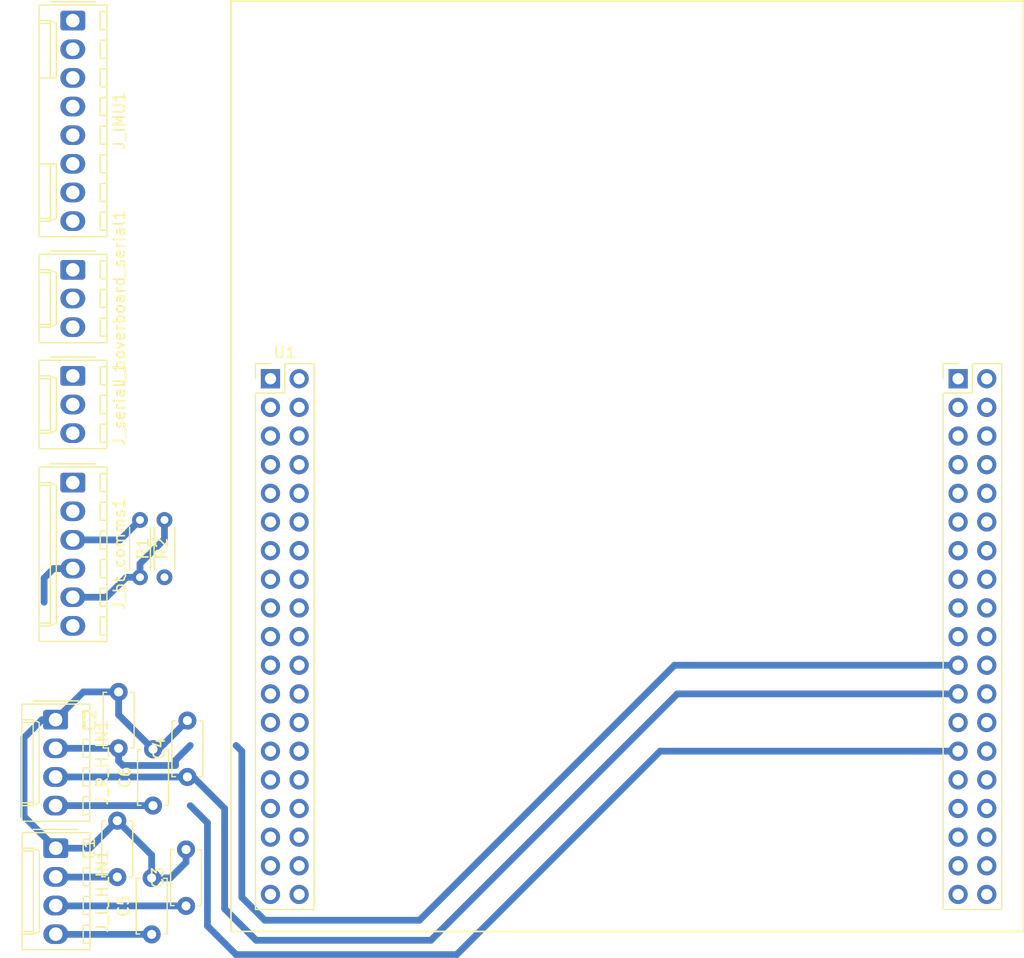
<source format=kicad_pcb>
(kicad_pcb (version 20171130) (host pcbnew "(5.0.2)-1")

  (general
    (thickness 1.6)
    (drawings 0)
    (tracks 62)
    (zones 0)
    (modules 15)
    (nets 62)
  )

  (page A4)
  (layers
    (0 F.Cu signal)
    (31 B.Cu signal)
    (32 B.Adhes user)
    (33 F.Adhes user)
    (34 B.Paste user)
    (35 F.Paste user)
    (36 B.SilkS user)
    (37 F.SilkS user)
    (38 B.Mask user)
    (39 F.Mask user)
    (40 Dwgs.User user)
    (41 Cmts.User user)
    (42 Eco1.User user)
    (43 Eco2.User user)
    (44 Edge.Cuts user)
    (45 Margin user)
    (46 B.CrtYd user)
    (47 F.CrtYd user)
    (48 B.Fab user)
    (49 F.Fab user)
  )

  (setup
    (last_trace_width 0.6)
    (trace_clearance 0.3)
    (zone_clearance 0.508)
    (zone_45_only no)
    (trace_min 0.5)
    (segment_width 0.2)
    (edge_width 0.1)
    (via_size 1.7)
    (via_drill 0.8)
    (via_min_size 0.4)
    (via_min_drill 0.3)
    (uvia_size 0.3)
    (uvia_drill 0.1)
    (uvias_allowed no)
    (uvia_min_size 0.2)
    (uvia_min_drill 0.1)
    (pcb_text_width 0.3)
    (pcb_text_size 1.5 1.5)
    (mod_edge_width 0.15)
    (mod_text_size 1 1)
    (mod_text_width 0.15)
    (pad_size 1.5 1.5)
    (pad_drill 0.6)
    (pad_to_mask_clearance 0)
    (solder_mask_min_width 0.25)
    (aux_axis_origin 0 0)
    (visible_elements 7FFFFFFF)
    (pcbplotparams
      (layerselection 0x010fc_ffffffff)
      (usegerberextensions false)
      (usegerberattributes false)
      (usegerberadvancedattributes false)
      (creategerberjobfile false)
      (excludeedgelayer true)
      (linewidth 0.100000)
      (plotframeref false)
      (viasonmask false)
      (mode 1)
      (useauxorigin false)
      (hpglpennumber 1)
      (hpglpenspeed 20)
      (hpglpendiameter 15.000000)
      (psnegative false)
      (psa4output false)
      (plotreference true)
      (plotvalue true)
      (plotinvisibletext false)
      (padsonsilk false)
      (subtractmaskfromsilk false)
      (outputformat 1)
      (mirror false)
      (drillshape 1)
      (scaleselection 1)
      (outputdirectory ""))
  )

  (net 0 "")
  (net 1 "Net-(U1-PadVBAT)")
  (net 2 "Net-(U1-PadBOOT0)")
  (net 3 "Net-(U1-PadVDD)")
  (net 4 "Net-(U1-PadPC0)")
  (net 5 "Net-(U1-PadPC3)")
  (net 6 "Net-(U1-PadPC1)")
  (net 7 "Net-(U1-PadPC2)")
  (net 8 "Net-(U1-PadPB0)")
  (net 9 "Net-(U1-PadPA4)")
  (net 10 "Net-(U1-PadPH1)")
  (net 11 "Net-(U1-PadPH0)")
  (net 12 "Net-(U1-PadPC15)")
  (net 13 "Net-(U1-PadPC14)")
  (net 14 "Net-(U1-PadPC13)")
  (net 15 "Net-(U1-PadPB7)")
  (net 16 "Net-(U1-PadPA15)")
  (net 17 "Net-(U1-PadPA14)")
  (net 18 "Net-(U1-PadPA13)")
  (net 19 "Net-(U1-PadPA5)")
  (net 20 "Net-(U1-PadPC9)")
  (net 21 "Net-(U1-PadPA11)")
  (net 22 "Net-(U1-PadPA6)")
  (net 23 "Net-(U1-PadPC6)")
  (net 24 "Net-(U1-PadPC5)")
  (net 25 "Net-(U1-PadPA12)")
  (net 26 "Net-(U1-PadPC8)")
  (net 27 "Net-(U1-PadPB10)")
  (net 28 "Net-(U1-PadPB6)")
  (net 29 "Net-(U1-PadPA7)")
  (net 30 "Net-(U1-PadPB12)")
  (net 31 "Net-(U1-PadPB13)")
  (net 32 "Net-(U1-PadPA3)")
  (net 33 "Net-(U1-PadPB15)")
  (net 34 "Net-(U1-PadPB14)")
  (net 35 "Net-(U1-PadPB2)")
  (net 36 "Net-(U1-PadPC4)")
  (net 37 "Net-(U1-PadPA2)")
  (net 38 "Net-(U1-PadPB1)")
  (net 39 R_hall_C_LPF)
  (net 40 GND)
  (net 41 R_hall_B_LPF)
  (net 42 R_hall_A_LPF)
  (net 43 L_hall_C_LPF)
  (net 44 L_hall_B_LPF)
  (net 45 L_hall_A_LPF)
  (net 46 "Net-(J_bt_comms1-Pad1)")
  (net 47 bluetooth_serial_Tx)
  (net 48 +5V)
  (net 49 "Net-(J_bt_comms1-Pad6)")
  (net 50 hoverboard_serial_Rx)
  (net 51 hoverboard_serial_Tx)
  (net 52 bluetooth_serial_Rx)
  (net 53 IMU_SCL)
  (net 54 IMU_SDA)
  (net 55 "Net-(J_IMU1-Pad5)")
  (net 56 "Net-(J_IMU1-Pad6)")
  (net 57 "Net-(J_IMU1-Pad7)")
  (net 58 IMU_INT)
  (net 59 serial3_Rx)
  (net 60 serial3_Tx)
  (net 61 "Net-(J_bt_comms1-Pad5)")

  (net_class Default "This is the default net class."
    (clearance 0.3)
    (trace_width 0.6)
    (via_dia 1.7)
    (via_drill 0.8)
    (uvia_dia 0.3)
    (uvia_drill 0.1)
    (diff_pair_gap 0.25)
    (diff_pair_width 0.6)
    (add_net +5V)
    (add_net GND)
    (add_net IMU_INT)
    (add_net IMU_SCL)
    (add_net IMU_SDA)
    (add_net L_hall_A_LPF)
    (add_net L_hall_B_LPF)
    (add_net L_hall_C_LPF)
    (add_net "Net-(J_IMU1-Pad5)")
    (add_net "Net-(J_IMU1-Pad6)")
    (add_net "Net-(J_IMU1-Pad7)")
    (add_net "Net-(J_bt_comms1-Pad1)")
    (add_net "Net-(J_bt_comms1-Pad5)")
    (add_net "Net-(J_bt_comms1-Pad6)")
    (add_net "Net-(U1-PadBOOT0)")
    (add_net "Net-(U1-PadPA11)")
    (add_net "Net-(U1-PadPA12)")
    (add_net "Net-(U1-PadPA13)")
    (add_net "Net-(U1-PadPA14)")
    (add_net "Net-(U1-PadPA15)")
    (add_net "Net-(U1-PadPA2)")
    (add_net "Net-(U1-PadPA3)")
    (add_net "Net-(U1-PadPA4)")
    (add_net "Net-(U1-PadPA5)")
    (add_net "Net-(U1-PadPA6)")
    (add_net "Net-(U1-PadPA7)")
    (add_net "Net-(U1-PadPB0)")
    (add_net "Net-(U1-PadPB1)")
    (add_net "Net-(U1-PadPB10)")
    (add_net "Net-(U1-PadPB12)")
    (add_net "Net-(U1-PadPB13)")
    (add_net "Net-(U1-PadPB14)")
    (add_net "Net-(U1-PadPB15)")
    (add_net "Net-(U1-PadPB2)")
    (add_net "Net-(U1-PadPB6)")
    (add_net "Net-(U1-PadPB7)")
    (add_net "Net-(U1-PadPC0)")
    (add_net "Net-(U1-PadPC1)")
    (add_net "Net-(U1-PadPC13)")
    (add_net "Net-(U1-PadPC14)")
    (add_net "Net-(U1-PadPC15)")
    (add_net "Net-(U1-PadPC2)")
    (add_net "Net-(U1-PadPC3)")
    (add_net "Net-(U1-PadPC4)")
    (add_net "Net-(U1-PadPC5)")
    (add_net "Net-(U1-PadPC6)")
    (add_net "Net-(U1-PadPC8)")
    (add_net "Net-(U1-PadPC9)")
    (add_net "Net-(U1-PadPH0)")
    (add_net "Net-(U1-PadPH1)")
    (add_net "Net-(U1-PadVBAT)")
    (add_net "Net-(U1-PadVDD)")
    (add_net R_hall_A_LPF)
    (add_net R_hall_B_LPF)
    (add_net R_hall_C_LPF)
    (add_net bluetooth_serial_Rx)
    (add_net bluetooth_serial_Tx)
    (add_net hoverboard_serial_Rx)
    (add_net hoverboard_serial_Tx)
    (add_net serial3_Rx)
    (add_net serial3_Tx)
  )

  (module Connector_Molex:Molex_KK-254_AE-6410-04A_1x04_P2.54mm_Vertical (layer F.Cu) (tedit 5B78013E) (tstamp 5D85DE56)
    (at 64.77 119.126 270)
    (descr "Molex KK-254 Interconnect System, old/engineering part number: AE-6410-04A example for new part number: 22-27-2041, 4 Pins (http://www.molex.com/pdm_docs/sd/022272021_sd.pdf), generated with kicad-footprint-generator")
    (tags "connector Molex KK-254 side entry")
    (path /5D87E470)
    (fp_text reference J_R_H_IN1 (at 3.81 -4.12 270) (layer F.SilkS)
      (effects (font (size 1 1) (thickness 0.15)))
    )
    (fp_text value Conn_01x04 (at 3.81 4.08 270) (layer F.Fab)
      (effects (font (size 1 1) (thickness 0.15)))
    )
    (fp_line (start -1.27 -2.92) (end -1.27 2.88) (layer F.Fab) (width 0.1))
    (fp_line (start -1.27 2.88) (end 8.89 2.88) (layer F.Fab) (width 0.1))
    (fp_line (start 8.89 2.88) (end 8.89 -2.92) (layer F.Fab) (width 0.1))
    (fp_line (start 8.89 -2.92) (end -1.27 -2.92) (layer F.Fab) (width 0.1))
    (fp_line (start -1.38 -3.03) (end -1.38 2.99) (layer F.SilkS) (width 0.12))
    (fp_line (start -1.38 2.99) (end 9 2.99) (layer F.SilkS) (width 0.12))
    (fp_line (start 9 2.99) (end 9 -3.03) (layer F.SilkS) (width 0.12))
    (fp_line (start 9 -3.03) (end -1.38 -3.03) (layer F.SilkS) (width 0.12))
    (fp_line (start -1.67 -2) (end -1.67 2) (layer F.SilkS) (width 0.12))
    (fp_line (start -1.27 -0.5) (end -0.562893 0) (layer F.Fab) (width 0.1))
    (fp_line (start -0.562893 0) (end -1.27 0.5) (layer F.Fab) (width 0.1))
    (fp_line (start 0 2.99) (end 0 1.99) (layer F.SilkS) (width 0.12))
    (fp_line (start 0 1.99) (end 7.62 1.99) (layer F.SilkS) (width 0.12))
    (fp_line (start 7.62 1.99) (end 7.62 2.99) (layer F.SilkS) (width 0.12))
    (fp_line (start 0 1.99) (end 0.25 1.46) (layer F.SilkS) (width 0.12))
    (fp_line (start 0.25 1.46) (end 7.37 1.46) (layer F.SilkS) (width 0.12))
    (fp_line (start 7.37 1.46) (end 7.62 1.99) (layer F.SilkS) (width 0.12))
    (fp_line (start 0.25 2.99) (end 0.25 1.99) (layer F.SilkS) (width 0.12))
    (fp_line (start 7.37 2.99) (end 7.37 1.99) (layer F.SilkS) (width 0.12))
    (fp_line (start -0.8 -3.03) (end -0.8 -2.43) (layer F.SilkS) (width 0.12))
    (fp_line (start -0.8 -2.43) (end 0.8 -2.43) (layer F.SilkS) (width 0.12))
    (fp_line (start 0.8 -2.43) (end 0.8 -3.03) (layer F.SilkS) (width 0.12))
    (fp_line (start 1.74 -3.03) (end 1.74 -2.43) (layer F.SilkS) (width 0.12))
    (fp_line (start 1.74 -2.43) (end 3.34 -2.43) (layer F.SilkS) (width 0.12))
    (fp_line (start 3.34 -2.43) (end 3.34 -3.03) (layer F.SilkS) (width 0.12))
    (fp_line (start 4.28 -3.03) (end 4.28 -2.43) (layer F.SilkS) (width 0.12))
    (fp_line (start 4.28 -2.43) (end 5.88 -2.43) (layer F.SilkS) (width 0.12))
    (fp_line (start 5.88 -2.43) (end 5.88 -3.03) (layer F.SilkS) (width 0.12))
    (fp_line (start 6.82 -3.03) (end 6.82 -2.43) (layer F.SilkS) (width 0.12))
    (fp_line (start 6.82 -2.43) (end 8.42 -2.43) (layer F.SilkS) (width 0.12))
    (fp_line (start 8.42 -2.43) (end 8.42 -3.03) (layer F.SilkS) (width 0.12))
    (fp_line (start -1.77 -3.42) (end -1.77 3.38) (layer F.CrtYd) (width 0.05))
    (fp_line (start -1.77 3.38) (end 9.39 3.38) (layer F.CrtYd) (width 0.05))
    (fp_line (start 9.39 3.38) (end 9.39 -3.42) (layer F.CrtYd) (width 0.05))
    (fp_line (start 9.39 -3.42) (end -1.77 -3.42) (layer F.CrtYd) (width 0.05))
    (fp_text user %R (at 3.81 -2.22 270) (layer F.Fab)
      (effects (font (size 1 1) (thickness 0.15)))
    )
    (pad 1 thru_hole roundrect (at 0 0 270) (size 1.74 2.2) (drill 1.2) (layers *.Cu *.Mask) (roundrect_rratio 0.143678)
      (net 40 GND))
    (pad 2 thru_hole oval (at 2.54 0 270) (size 1.74 2.2) (drill 1.2) (layers *.Cu *.Mask)
      (net 39 R_hall_C_LPF))
    (pad 3 thru_hole oval (at 5.08 0 270) (size 1.74 2.2) (drill 1.2) (layers *.Cu *.Mask)
      (net 41 R_hall_B_LPF))
    (pad 4 thru_hole oval (at 7.62 0 270) (size 1.74 2.2) (drill 1.2) (layers *.Cu *.Mask)
      (net 42 R_hall_A_LPF))
    (model ${KISYS3DMOD}/Connector_Molex.3dshapes/Molex_KK-254_AE-6410-04A_1x04_P2.54mm_Vertical.wrl
      (at (xyz 0 0 0))
      (scale (xyz 1 1 1))
      (rotate (xyz 0 0 0))
    )
  )

  (module Connector_Molex:Molex_KK-254_AE-6410-04A_1x04_P2.54mm_Vertical (layer F.Cu) (tedit 5B78013E) (tstamp 5D85DE02)
    (at 64.786002 130.521998 270)
    (descr "Molex KK-254 Interconnect System, old/engineering part number: AE-6410-04A example for new part number: 22-27-2041, 4 Pins (http://www.molex.com/pdm_docs/sd/022272021_sd.pdf), generated with kicad-footprint-generator")
    (tags "connector Molex KK-254 side entry")
    (path /5D886892)
    (fp_text reference J_L_H_IN1 (at 3.81 -4.12 270) (layer F.SilkS)
      (effects (font (size 1 1) (thickness 0.15)))
    )
    (fp_text value Conn_01x04 (at 3.81 4.08 270) (layer F.Fab)
      (effects (font (size 1 1) (thickness 0.15)))
    )
    (fp_text user %R (at 3.81 -2.22 270) (layer F.Fab)
      (effects (font (size 1 1) (thickness 0.15)))
    )
    (fp_line (start 9.39 -3.42) (end -1.77 -3.42) (layer F.CrtYd) (width 0.05))
    (fp_line (start 9.39 3.38) (end 9.39 -3.42) (layer F.CrtYd) (width 0.05))
    (fp_line (start -1.77 3.38) (end 9.39 3.38) (layer F.CrtYd) (width 0.05))
    (fp_line (start -1.77 -3.42) (end -1.77 3.38) (layer F.CrtYd) (width 0.05))
    (fp_line (start 8.42 -2.43) (end 8.42 -3.03) (layer F.SilkS) (width 0.12))
    (fp_line (start 6.82 -2.43) (end 8.42 -2.43) (layer F.SilkS) (width 0.12))
    (fp_line (start 6.82 -3.03) (end 6.82 -2.43) (layer F.SilkS) (width 0.12))
    (fp_line (start 5.88 -2.43) (end 5.88 -3.03) (layer F.SilkS) (width 0.12))
    (fp_line (start 4.28 -2.43) (end 5.88 -2.43) (layer F.SilkS) (width 0.12))
    (fp_line (start 4.28 -3.03) (end 4.28 -2.43) (layer F.SilkS) (width 0.12))
    (fp_line (start 3.34 -2.43) (end 3.34 -3.03) (layer F.SilkS) (width 0.12))
    (fp_line (start 1.74 -2.43) (end 3.34 -2.43) (layer F.SilkS) (width 0.12))
    (fp_line (start 1.74 -3.03) (end 1.74 -2.43) (layer F.SilkS) (width 0.12))
    (fp_line (start 0.8 -2.43) (end 0.8 -3.03) (layer F.SilkS) (width 0.12))
    (fp_line (start -0.8 -2.43) (end 0.8 -2.43) (layer F.SilkS) (width 0.12))
    (fp_line (start -0.8 -3.03) (end -0.8 -2.43) (layer F.SilkS) (width 0.12))
    (fp_line (start 7.37 2.99) (end 7.37 1.99) (layer F.SilkS) (width 0.12))
    (fp_line (start 0.25 2.99) (end 0.25 1.99) (layer F.SilkS) (width 0.12))
    (fp_line (start 7.37 1.46) (end 7.62 1.99) (layer F.SilkS) (width 0.12))
    (fp_line (start 0.25 1.46) (end 7.37 1.46) (layer F.SilkS) (width 0.12))
    (fp_line (start 0 1.99) (end 0.25 1.46) (layer F.SilkS) (width 0.12))
    (fp_line (start 7.62 1.99) (end 7.62 2.99) (layer F.SilkS) (width 0.12))
    (fp_line (start 0 1.99) (end 7.62 1.99) (layer F.SilkS) (width 0.12))
    (fp_line (start 0 2.99) (end 0 1.99) (layer F.SilkS) (width 0.12))
    (fp_line (start -0.562893 0) (end -1.27 0.5) (layer F.Fab) (width 0.1))
    (fp_line (start -1.27 -0.5) (end -0.562893 0) (layer F.Fab) (width 0.1))
    (fp_line (start -1.67 -2) (end -1.67 2) (layer F.SilkS) (width 0.12))
    (fp_line (start 9 -3.03) (end -1.38 -3.03) (layer F.SilkS) (width 0.12))
    (fp_line (start 9 2.99) (end 9 -3.03) (layer F.SilkS) (width 0.12))
    (fp_line (start -1.38 2.99) (end 9 2.99) (layer F.SilkS) (width 0.12))
    (fp_line (start -1.38 -3.03) (end -1.38 2.99) (layer F.SilkS) (width 0.12))
    (fp_line (start 8.89 -2.92) (end -1.27 -2.92) (layer F.Fab) (width 0.1))
    (fp_line (start 8.89 2.88) (end 8.89 -2.92) (layer F.Fab) (width 0.1))
    (fp_line (start -1.27 2.88) (end 8.89 2.88) (layer F.Fab) (width 0.1))
    (fp_line (start -1.27 -2.92) (end -1.27 2.88) (layer F.Fab) (width 0.1))
    (pad 4 thru_hole oval (at 7.62 0 270) (size 1.74 2.2) (drill 1.2) (layers *.Cu *.Mask)
      (net 45 L_hall_A_LPF))
    (pad 3 thru_hole oval (at 5.08 0 270) (size 1.74 2.2) (drill 1.2) (layers *.Cu *.Mask)
      (net 44 L_hall_B_LPF))
    (pad 2 thru_hole oval (at 2.54 0 270) (size 1.74 2.2) (drill 1.2) (layers *.Cu *.Mask)
      (net 43 L_hall_C_LPF))
    (pad 1 thru_hole roundrect (at 0 0 270) (size 1.74 2.2) (drill 1.2) (layers *.Cu *.Mask) (roundrect_rratio 0.143678)
      (net 40 GND))
    (model ${KISYS3DMOD}/Connector_Molex.3dshapes/Molex_KK-254_AE-6410-04A_1x04_P2.54mm_Vertical.wrl
      (at (xyz 0 0 0))
      (scale (xyz 1 1 1))
      (rotate (xyz 0 0 0))
    )
  )

  (module Capacitor_THT:C_Disc_D4.7mm_W2.5mm_P5.00mm (layer F.Cu) (tedit 5D860947) (tstamp 5D85DD39)
    (at 70.239001 133.078999 90)
    (descr "C, Disc series, Radial, pin pitch=5.00mm, , diameter*width=4.7*2.5mm^2, Capacitor, http://www.vishay.com/docs/45233/krseries.pdf")
    (tags "C Disc series Radial pin pitch 5.00mm  diameter 4.7mm width 2.5mm Capacitor")
    (path /5D5DBC9E)
    (fp_text reference C1 (at 2.5 -2.5 90) (layer F.SilkS)
      (effects (font (size 1 1) (thickness 0.15)))
    )
    (fp_text value 5nF (at 2.5 2.5 90) (layer F.Fab)
      (effects (font (size 1 1) (thickness 0.15)))
    )
    (fp_line (start 0.15 -1.25) (end 0.15 1.25) (layer F.Fab) (width 0.1))
    (fp_line (start 0.15 1.25) (end 4.85 1.25) (layer F.Fab) (width 0.1))
    (fp_line (start 4.85 1.25) (end 4.85 -1.25) (layer F.Fab) (width 0.1))
    (fp_line (start 4.85 -1.25) (end 0.15 -1.25) (layer F.Fab) (width 0.1))
    (fp_line (start 0.03 -1.37) (end 4.97 -1.37) (layer F.SilkS) (width 0.12))
    (fp_line (start 0.03 1.37) (end 4.97 1.37) (layer F.SilkS) (width 0.12))
    (fp_line (start 0.03 -1.37) (end 0.03 -1.055) (layer F.SilkS) (width 0.12))
    (fp_line (start 0.03 1.055) (end 0.03 1.37) (layer F.SilkS) (width 0.12))
    (fp_line (start 4.97 -1.37) (end 4.97 -1.055) (layer F.SilkS) (width 0.12))
    (fp_line (start 4.97 1.055) (end 4.97 1.37) (layer F.SilkS) (width 0.12))
    (fp_line (start -1.05 -1.5) (end -1.05 1.5) (layer F.CrtYd) (width 0.05))
    (fp_line (start -1.05 1.5) (end 6.05 1.5) (layer F.CrtYd) (width 0.05))
    (fp_line (start 6.05 1.5) (end 6.05 -1.5) (layer F.CrtYd) (width 0.05))
    (fp_line (start 6.05 -1.5) (end -1.05 -1.5) (layer F.CrtYd) (width 0.05))
    (fp_text user %R (at 2.5 0 90) (layer F.Fab)
      (effects (font (size 0.94 0.94) (thickness 0.141)))
    )
    (pad 1 thru_hole circle (at 0 0 90) (size 1.6 1.6) (drill 0.8) (layers *.Cu *.Mask)
      (net 43 L_hall_C_LPF))
    (pad 2 thru_hole circle (at 5 0 90) (size 1.6 1.6) (drill 0.8) (layers *.Cu *.Mask)
      (net 40 GND))
    (model ${KISYS3DMOD}/Capacitor_THT.3dshapes/C_Disc_D4.7mm_W2.5mm_P5.00mm.wrl
      (at (xyz 0 0 0))
      (scale (xyz 1 1 1))
      (rotate (xyz 0 0 0))
    )
  )

  (module Capacitor_THT:C_Disc_D4.7mm_W2.5mm_P5.00mm (layer F.Cu) (tedit 5AE50EF0) (tstamp 5D85DD63)
    (at 76.335001 135.636 90)
    (descr "C, Disc series, Radial, pin pitch=5.00mm, , diameter*width=4.7*2.5mm^2, Capacitor, http://www.vishay.com/docs/45233/krseries.pdf")
    (tags "C Disc series Radial pin pitch 5.00mm  diameter 4.7mm width 2.5mm Capacitor")
    (path /5D5DBCE2)
    (fp_text reference C3 (at 2.5 -2.5 90) (layer F.SilkS)
      (effects (font (size 1 1) (thickness 0.15)))
    )
    (fp_text value 5nF (at 2.5 2.5 90) (layer F.Fab)
      (effects (font (size 1 1) (thickness 0.15)))
    )
    (fp_line (start 0.15 -1.25) (end 0.15 1.25) (layer F.Fab) (width 0.1))
    (fp_line (start 0.15 1.25) (end 4.85 1.25) (layer F.Fab) (width 0.1))
    (fp_line (start 4.85 1.25) (end 4.85 -1.25) (layer F.Fab) (width 0.1))
    (fp_line (start 4.85 -1.25) (end 0.15 -1.25) (layer F.Fab) (width 0.1))
    (fp_line (start 0.03 -1.37) (end 4.97 -1.37) (layer F.SilkS) (width 0.12))
    (fp_line (start 0.03 1.37) (end 4.97 1.37) (layer F.SilkS) (width 0.12))
    (fp_line (start 0.03 -1.37) (end 0.03 -1.055) (layer F.SilkS) (width 0.12))
    (fp_line (start 0.03 1.055) (end 0.03 1.37) (layer F.SilkS) (width 0.12))
    (fp_line (start 4.97 -1.37) (end 4.97 -1.055) (layer F.SilkS) (width 0.12))
    (fp_line (start 4.97 1.055) (end 4.97 1.37) (layer F.SilkS) (width 0.12))
    (fp_line (start -1.05 -1.5) (end -1.05 1.5) (layer F.CrtYd) (width 0.05))
    (fp_line (start -1.05 1.5) (end 6.05 1.5) (layer F.CrtYd) (width 0.05))
    (fp_line (start 6.05 1.5) (end 6.05 -1.5) (layer F.CrtYd) (width 0.05))
    (fp_line (start 6.05 -1.5) (end -1.05 -1.5) (layer F.CrtYd) (width 0.05))
    (fp_text user %R (at 2.5 0 90) (layer F.Fab)
      (effects (font (size 0.94 0.94) (thickness 0.141)))
    )
    (pad 1 thru_hole circle (at 0 0 90) (size 1.6 1.6) (drill 0.8) (layers *.Cu *.Mask)
      (net 44 L_hall_B_LPF))
    (pad 2 thru_hole circle (at 5 0 90) (size 1.6 1.6) (drill 0.8) (layers *.Cu *.Mask)
      (net 40 GND))
    (model ${KISYS3DMOD}/Capacitor_THT.3dshapes/C_Disc_D4.7mm_W2.5mm_P5.00mm.wrl
      (at (xyz 0 0 0))
      (scale (xyz 1 1 1))
      (rotate (xyz 0 0 0))
    )
  )

  (module Capacitor_THT:C_Disc_D4.7mm_W2.5mm_P5.00mm (layer F.Cu) (tedit 5AE50EF0) (tstamp 5D85DDA2)
    (at 73.406 126.746 90)
    (descr "C, Disc series, Radial, pin pitch=5.00mm, , diameter*width=4.7*2.5mm^2, Capacitor, http://www.vishay.com/docs/45233/krseries.pdf")
    (tags "C Disc series Radial pin pitch 5.00mm  diameter 4.7mm width 2.5mm Capacitor")
    (path /5D5DBC6E)
    (fp_text reference C6 (at 2.5 -2.5 90) (layer F.SilkS)
      (effects (font (size 1 1) (thickness 0.15)))
    )
    (fp_text value 5nF (at 2.5 2.5 90) (layer F.Fab)
      (effects (font (size 1 1) (thickness 0.15)))
    )
    (fp_text user %R (at 2.5 0 90) (layer F.Fab)
      (effects (font (size 0.94 0.94) (thickness 0.141)))
    )
    (fp_line (start 6.05 -1.5) (end -1.05 -1.5) (layer F.CrtYd) (width 0.05))
    (fp_line (start 6.05 1.5) (end 6.05 -1.5) (layer F.CrtYd) (width 0.05))
    (fp_line (start -1.05 1.5) (end 6.05 1.5) (layer F.CrtYd) (width 0.05))
    (fp_line (start -1.05 -1.5) (end -1.05 1.5) (layer F.CrtYd) (width 0.05))
    (fp_line (start 4.97 1.055) (end 4.97 1.37) (layer F.SilkS) (width 0.12))
    (fp_line (start 4.97 -1.37) (end 4.97 -1.055) (layer F.SilkS) (width 0.12))
    (fp_line (start 0.03 1.055) (end 0.03 1.37) (layer F.SilkS) (width 0.12))
    (fp_line (start 0.03 -1.37) (end 0.03 -1.055) (layer F.SilkS) (width 0.12))
    (fp_line (start 0.03 1.37) (end 4.97 1.37) (layer F.SilkS) (width 0.12))
    (fp_line (start 0.03 -1.37) (end 4.97 -1.37) (layer F.SilkS) (width 0.12))
    (fp_line (start 4.85 -1.25) (end 0.15 -1.25) (layer F.Fab) (width 0.1))
    (fp_line (start 4.85 1.25) (end 4.85 -1.25) (layer F.Fab) (width 0.1))
    (fp_line (start 0.15 1.25) (end 4.85 1.25) (layer F.Fab) (width 0.1))
    (fp_line (start 0.15 -1.25) (end 0.15 1.25) (layer F.Fab) (width 0.1))
    (pad 2 thru_hole circle (at 5 0 90) (size 1.6 1.6) (drill 0.8) (layers *.Cu *.Mask)
      (net 40 GND))
    (pad 1 thru_hole circle (at 0 0 90) (size 1.6 1.6) (drill 0.8) (layers *.Cu *.Mask)
      (net 42 R_hall_A_LPF))
    (model ${KISYS3DMOD}/Capacitor_THT.3dshapes/C_Disc_D4.7mm_W2.5mm_P5.00mm.wrl
      (at (xyz 0 0 0))
      (scale (xyz 1 1 1))
      (rotate (xyz 0 0 0))
    )
  )

  (module Capacitor_THT:C_Disc_D4.7mm_W2.5mm_P5.00mm (layer F.Cu) (tedit 5AE50EF0) (tstamp 5D85DD8D)
    (at 73.287001 138.158999 90)
    (descr "C, Disc series, Radial, pin pitch=5.00mm, , diameter*width=4.7*2.5mm^2, Capacitor, http://www.vishay.com/docs/45233/krseries.pdf")
    (tags "C Disc series Radial pin pitch 5.00mm  diameter 4.7mm width 2.5mm Capacitor")
    (path /5D5DBD2A)
    (fp_text reference C5 (at 2.5 -2.5 90) (layer F.SilkS)
      (effects (font (size 1 1) (thickness 0.15)))
    )
    (fp_text value 5nF (at 2.5 2.5 90) (layer F.Fab)
      (effects (font (size 1 1) (thickness 0.15)))
    )
    (fp_line (start 0.15 -1.25) (end 0.15 1.25) (layer F.Fab) (width 0.1))
    (fp_line (start 0.15 1.25) (end 4.85 1.25) (layer F.Fab) (width 0.1))
    (fp_line (start 4.85 1.25) (end 4.85 -1.25) (layer F.Fab) (width 0.1))
    (fp_line (start 4.85 -1.25) (end 0.15 -1.25) (layer F.Fab) (width 0.1))
    (fp_line (start 0.03 -1.37) (end 4.97 -1.37) (layer F.SilkS) (width 0.12))
    (fp_line (start 0.03 1.37) (end 4.97 1.37) (layer F.SilkS) (width 0.12))
    (fp_line (start 0.03 -1.37) (end 0.03 -1.055) (layer F.SilkS) (width 0.12))
    (fp_line (start 0.03 1.055) (end 0.03 1.37) (layer F.SilkS) (width 0.12))
    (fp_line (start 4.97 -1.37) (end 4.97 -1.055) (layer F.SilkS) (width 0.12))
    (fp_line (start 4.97 1.055) (end 4.97 1.37) (layer F.SilkS) (width 0.12))
    (fp_line (start -1.05 -1.5) (end -1.05 1.5) (layer F.CrtYd) (width 0.05))
    (fp_line (start -1.05 1.5) (end 6.05 1.5) (layer F.CrtYd) (width 0.05))
    (fp_line (start 6.05 1.5) (end 6.05 -1.5) (layer F.CrtYd) (width 0.05))
    (fp_line (start 6.05 -1.5) (end -1.05 -1.5) (layer F.CrtYd) (width 0.05))
    (fp_text user %R (at 2.5 0 90) (layer F.Fab)
      (effects (font (size 0.94 0.94) (thickness 0.141)))
    )
    (pad 1 thru_hole circle (at 0 0 90) (size 1.6 1.6) (drill 0.8) (layers *.Cu *.Mask)
      (net 45 L_hall_A_LPF))
    (pad 2 thru_hole circle (at 5 0 90) (size 1.6 1.6) (drill 0.8) (layers *.Cu *.Mask)
      (net 40 GND))
    (model ${KISYS3DMOD}/Capacitor_THT.3dshapes/C_Disc_D4.7mm_W2.5mm_P5.00mm.wrl
      (at (xyz 0 0 0))
      (scale (xyz 1 1 1))
      (rotate (xyz 0 0 0))
    )
  )

  (module Capacitor_THT:C_Disc_D4.7mm_W2.5mm_P5.00mm (layer F.Cu) (tedit 5AE50EF0) (tstamp 5D85DD4E)
    (at 70.358 121.666 90)
    (descr "C, Disc series, Radial, pin pitch=5.00mm, , diameter*width=4.7*2.5mm^2, Capacitor, http://www.vishay.com/docs/45233/krseries.pdf")
    (tags "C Disc series Radial pin pitch 5.00mm  diameter 4.7mm width 2.5mm Capacitor")
    (path /5D5DA536)
    (fp_text reference C2 (at 2.5 -2.5 90) (layer F.SilkS)
      (effects (font (size 1 1) (thickness 0.15)))
    )
    (fp_text value 5nF (at 2.5 2.5 90) (layer F.Fab)
      (effects (font (size 1 1) (thickness 0.15)))
    )
    (fp_text user %R (at 2.5 0 90) (layer F.Fab)
      (effects (font (size 0.94 0.94) (thickness 0.141)))
    )
    (fp_line (start 6.05 -1.5) (end -1.05 -1.5) (layer F.CrtYd) (width 0.05))
    (fp_line (start 6.05 1.5) (end 6.05 -1.5) (layer F.CrtYd) (width 0.05))
    (fp_line (start -1.05 1.5) (end 6.05 1.5) (layer F.CrtYd) (width 0.05))
    (fp_line (start -1.05 -1.5) (end -1.05 1.5) (layer F.CrtYd) (width 0.05))
    (fp_line (start 4.97 1.055) (end 4.97 1.37) (layer F.SilkS) (width 0.12))
    (fp_line (start 4.97 -1.37) (end 4.97 -1.055) (layer F.SilkS) (width 0.12))
    (fp_line (start 0.03 1.055) (end 0.03 1.37) (layer F.SilkS) (width 0.12))
    (fp_line (start 0.03 -1.37) (end 0.03 -1.055) (layer F.SilkS) (width 0.12))
    (fp_line (start 0.03 1.37) (end 4.97 1.37) (layer F.SilkS) (width 0.12))
    (fp_line (start 0.03 -1.37) (end 4.97 -1.37) (layer F.SilkS) (width 0.12))
    (fp_line (start 4.85 -1.25) (end 0.15 -1.25) (layer F.Fab) (width 0.1))
    (fp_line (start 4.85 1.25) (end 4.85 -1.25) (layer F.Fab) (width 0.1))
    (fp_line (start 0.15 1.25) (end 4.85 1.25) (layer F.Fab) (width 0.1))
    (fp_line (start 0.15 -1.25) (end 0.15 1.25) (layer F.Fab) (width 0.1))
    (pad 2 thru_hole circle (at 5 0 90) (size 1.6 1.6) (drill 0.8) (layers *.Cu *.Mask)
      (net 40 GND))
    (pad 1 thru_hole circle (at 0 0 90) (size 1.6 1.6) (drill 0.8) (layers *.Cu *.Mask)
      (net 39 R_hall_C_LPF))
    (model ${KISYS3DMOD}/Capacitor_THT.3dshapes/C_Disc_D4.7mm_W2.5mm_P5.00mm.wrl
      (at (xyz 0 0 0))
      (scale (xyz 1 1 1))
      (rotate (xyz 0 0 0))
    )
  )

  (module Capacitor_THT:C_Disc_D4.7mm_W2.5mm_P5.00mm (layer F.Cu) (tedit 5AE50EF0) (tstamp 5D85DD78)
    (at 76.454 124.206 90)
    (descr "C, Disc series, Radial, pin pitch=5.00mm, , diameter*width=4.7*2.5mm^2, Capacitor, http://www.vishay.com/docs/45233/krseries.pdf")
    (tags "C Disc series Radial pin pitch 5.00mm  diameter 4.7mm width 2.5mm Capacitor")
    (path /5D5DBC42)
    (fp_text reference C4 (at 2.5 -2.5 90) (layer F.SilkS)
      (effects (font (size 1 1) (thickness 0.15)))
    )
    (fp_text value 5nF (at 2.5 2.5 90) (layer F.Fab)
      (effects (font (size 1 1) (thickness 0.15)))
    )
    (fp_text user %R (at 2.5 0 90) (layer F.Fab)
      (effects (font (size 0.94 0.94) (thickness 0.141)))
    )
    (fp_line (start 6.05 -1.5) (end -1.05 -1.5) (layer F.CrtYd) (width 0.05))
    (fp_line (start 6.05 1.5) (end 6.05 -1.5) (layer F.CrtYd) (width 0.05))
    (fp_line (start -1.05 1.5) (end 6.05 1.5) (layer F.CrtYd) (width 0.05))
    (fp_line (start -1.05 -1.5) (end -1.05 1.5) (layer F.CrtYd) (width 0.05))
    (fp_line (start 4.97 1.055) (end 4.97 1.37) (layer F.SilkS) (width 0.12))
    (fp_line (start 4.97 -1.37) (end 4.97 -1.055) (layer F.SilkS) (width 0.12))
    (fp_line (start 0.03 1.055) (end 0.03 1.37) (layer F.SilkS) (width 0.12))
    (fp_line (start 0.03 -1.37) (end 0.03 -1.055) (layer F.SilkS) (width 0.12))
    (fp_line (start 0.03 1.37) (end 4.97 1.37) (layer F.SilkS) (width 0.12))
    (fp_line (start 0.03 -1.37) (end 4.97 -1.37) (layer F.SilkS) (width 0.12))
    (fp_line (start 4.85 -1.25) (end 0.15 -1.25) (layer F.Fab) (width 0.1))
    (fp_line (start 4.85 1.25) (end 4.85 -1.25) (layer F.Fab) (width 0.1))
    (fp_line (start 0.15 1.25) (end 4.85 1.25) (layer F.Fab) (width 0.1))
    (fp_line (start 0.15 -1.25) (end 0.15 1.25) (layer F.Fab) (width 0.1))
    (pad 2 thru_hole circle (at 5 0 90) (size 1.6 1.6) (drill 0.8) (layers *.Cu *.Mask)
      (net 40 GND))
    (pad 1 thru_hole circle (at 0 0 90) (size 1.6 1.6) (drill 0.8) (layers *.Cu *.Mask)
      (net 41 R_hall_B_LPF))
    (model ${KISYS3DMOD}/Capacitor_THT.3dshapes/C_Disc_D4.7mm_W2.5mm_P5.00mm.wrl
      (at (xyz 0 0 0))
      (scale (xyz 1 1 1))
      (rotate (xyz 0 0 0))
    )
  )

  (module Connector_Molex:Molex_KK-254_AE-6410-08A_1x08_P2.54mm_Vertical (layer F.Cu) (tedit 5B78013E) (tstamp 5D85FB28)
    (at 66.294 57.15 270)
    (descr "Molex KK-254 Interconnect System, old/engineering part number: AE-6410-08A example for new part number: 22-27-2081, 8 Pins (http://www.molex.com/pdm_docs/sd/022272021_sd.pdf), generated with kicad-footprint-generator")
    (tags "connector Molex KK-254 side entry")
    (path /5D88811D)
    (fp_text reference J_IMU1 (at 8.89 -4.12 270) (layer F.SilkS)
      (effects (font (size 1 1) (thickness 0.15)))
    )
    (fp_text value Conn_01x08 (at 8.89 4.08 270) (layer F.Fab)
      (effects (font (size 1 1) (thickness 0.15)))
    )
    (fp_line (start -1.27 -2.92) (end -1.27 2.88) (layer F.Fab) (width 0.1))
    (fp_line (start -1.27 2.88) (end 19.05 2.88) (layer F.Fab) (width 0.1))
    (fp_line (start 19.05 2.88) (end 19.05 -2.92) (layer F.Fab) (width 0.1))
    (fp_line (start 19.05 -2.92) (end -1.27 -2.92) (layer F.Fab) (width 0.1))
    (fp_line (start -1.38 -3.03) (end -1.38 2.99) (layer F.SilkS) (width 0.12))
    (fp_line (start -1.38 2.99) (end 19.16 2.99) (layer F.SilkS) (width 0.12))
    (fp_line (start 19.16 2.99) (end 19.16 -3.03) (layer F.SilkS) (width 0.12))
    (fp_line (start 19.16 -3.03) (end -1.38 -3.03) (layer F.SilkS) (width 0.12))
    (fp_line (start -1.67 -2) (end -1.67 2) (layer F.SilkS) (width 0.12))
    (fp_line (start -1.27 -0.5) (end -0.562893 0) (layer F.Fab) (width 0.1))
    (fp_line (start -0.562893 0) (end -1.27 0.5) (layer F.Fab) (width 0.1))
    (fp_line (start 0 2.99) (end 0 1.99) (layer F.SilkS) (width 0.12))
    (fp_line (start 0 1.99) (end 5.08 1.99) (layer F.SilkS) (width 0.12))
    (fp_line (start 5.08 1.99) (end 5.08 2.99) (layer F.SilkS) (width 0.12))
    (fp_line (start 0 1.99) (end 0.25 1.46) (layer F.SilkS) (width 0.12))
    (fp_line (start 0.25 1.46) (end 5.08 1.46) (layer F.SilkS) (width 0.12))
    (fp_line (start 5.08 1.46) (end 5.08 1.99) (layer F.SilkS) (width 0.12))
    (fp_line (start 0.25 2.99) (end 0.25 1.99) (layer F.SilkS) (width 0.12))
    (fp_line (start 17.78 2.99) (end 17.78 1.99) (layer F.SilkS) (width 0.12))
    (fp_line (start 17.78 1.99) (end 12.7 1.99) (layer F.SilkS) (width 0.12))
    (fp_line (start 12.7 1.99) (end 12.7 2.99) (layer F.SilkS) (width 0.12))
    (fp_line (start 17.78 1.99) (end 17.53 1.46) (layer F.SilkS) (width 0.12))
    (fp_line (start 17.53 1.46) (end 12.7 1.46) (layer F.SilkS) (width 0.12))
    (fp_line (start 12.7 1.46) (end 12.7 1.99) (layer F.SilkS) (width 0.12))
    (fp_line (start 17.53 2.99) (end 17.53 1.99) (layer F.SilkS) (width 0.12))
    (fp_line (start -0.8 -3.03) (end -0.8 -2.43) (layer F.SilkS) (width 0.12))
    (fp_line (start -0.8 -2.43) (end 0.8 -2.43) (layer F.SilkS) (width 0.12))
    (fp_line (start 0.8 -2.43) (end 0.8 -3.03) (layer F.SilkS) (width 0.12))
    (fp_line (start 1.74 -3.03) (end 1.74 -2.43) (layer F.SilkS) (width 0.12))
    (fp_line (start 1.74 -2.43) (end 3.34 -2.43) (layer F.SilkS) (width 0.12))
    (fp_line (start 3.34 -2.43) (end 3.34 -3.03) (layer F.SilkS) (width 0.12))
    (fp_line (start 4.28 -3.03) (end 4.28 -2.43) (layer F.SilkS) (width 0.12))
    (fp_line (start 4.28 -2.43) (end 5.88 -2.43) (layer F.SilkS) (width 0.12))
    (fp_line (start 5.88 -2.43) (end 5.88 -3.03) (layer F.SilkS) (width 0.12))
    (fp_line (start 6.82 -3.03) (end 6.82 -2.43) (layer F.SilkS) (width 0.12))
    (fp_line (start 6.82 -2.43) (end 8.42 -2.43) (layer F.SilkS) (width 0.12))
    (fp_line (start 8.42 -2.43) (end 8.42 -3.03) (layer F.SilkS) (width 0.12))
    (fp_line (start 9.36 -3.03) (end 9.36 -2.43) (layer F.SilkS) (width 0.12))
    (fp_line (start 9.36 -2.43) (end 10.96 -2.43) (layer F.SilkS) (width 0.12))
    (fp_line (start 10.96 -2.43) (end 10.96 -3.03) (layer F.SilkS) (width 0.12))
    (fp_line (start 11.9 -3.03) (end 11.9 -2.43) (layer F.SilkS) (width 0.12))
    (fp_line (start 11.9 -2.43) (end 13.5 -2.43) (layer F.SilkS) (width 0.12))
    (fp_line (start 13.5 -2.43) (end 13.5 -3.03) (layer F.SilkS) (width 0.12))
    (fp_line (start 14.44 -3.03) (end 14.44 -2.43) (layer F.SilkS) (width 0.12))
    (fp_line (start 14.44 -2.43) (end 16.04 -2.43) (layer F.SilkS) (width 0.12))
    (fp_line (start 16.04 -2.43) (end 16.04 -3.03) (layer F.SilkS) (width 0.12))
    (fp_line (start 16.98 -3.03) (end 16.98 -2.43) (layer F.SilkS) (width 0.12))
    (fp_line (start 16.98 -2.43) (end 18.58 -2.43) (layer F.SilkS) (width 0.12))
    (fp_line (start 18.58 -2.43) (end 18.58 -3.03) (layer F.SilkS) (width 0.12))
    (fp_line (start -1.77 -3.42) (end -1.77 3.38) (layer F.CrtYd) (width 0.05))
    (fp_line (start -1.77 3.38) (end 19.55 3.38) (layer F.CrtYd) (width 0.05))
    (fp_line (start 19.55 3.38) (end 19.55 -3.42) (layer F.CrtYd) (width 0.05))
    (fp_line (start 19.55 -3.42) (end -1.77 -3.42) (layer F.CrtYd) (width 0.05))
    (fp_text user %R (at 8.89 -2.22 270) (layer F.Fab)
      (effects (font (size 1 1) (thickness 0.15)))
    )
    (pad 1 thru_hole roundrect (at 0 0 270) (size 1.74 2.2) (drill 1.2) (layers *.Cu *.Mask) (roundrect_rratio 0.143678)
      (net 48 +5V))
    (pad 2 thru_hole oval (at 2.54 0 270) (size 1.74 2.2) (drill 1.2) (layers *.Cu *.Mask)
      (net 40 GND))
    (pad 3 thru_hole oval (at 5.08 0 270) (size 1.74 2.2) (drill 1.2) (layers *.Cu *.Mask)
      (net 53 IMU_SCL))
    (pad 4 thru_hole oval (at 7.62 0 270) (size 1.74 2.2) (drill 1.2) (layers *.Cu *.Mask)
      (net 54 IMU_SDA))
    (pad 5 thru_hole oval (at 10.16 0 270) (size 1.74 2.2) (drill 1.2) (layers *.Cu *.Mask)
      (net 55 "Net-(J_IMU1-Pad5)"))
    (pad 6 thru_hole oval (at 12.7 0 270) (size 1.74 2.2) (drill 1.2) (layers *.Cu *.Mask)
      (net 56 "Net-(J_IMU1-Pad6)"))
    (pad 7 thru_hole oval (at 15.24 0 270) (size 1.74 2.2) (drill 1.2) (layers *.Cu *.Mask)
      (net 57 "Net-(J_IMU1-Pad7)"))
    (pad 8 thru_hole oval (at 17.78 0 270) (size 1.74 2.2) (drill 1.2) (layers *.Cu *.Mask)
      (net 58 IMU_INT))
    (model ${KISYS3DMOD}/Connector_Molex.3dshapes/Molex_KK-254_AE-6410-08A_1x08_P2.54mm_Vertical.wrl
      (at (xyz 0 0 0))
      (scale (xyz 1 1 1))
      (rotate (xyz 0 0 0))
    )
  )

  (module Resistor_THT:R_Axial_DIN0204_L3.6mm_D1.6mm_P5.08mm_Horizontal (layer F.Cu) (tedit 5AE5139B) (tstamp 5D85E427)
    (at 74.422 106.501177 90)
    (descr "Resistor, Axial_DIN0204 series, Axial, Horizontal, pin pitch=5.08mm, 0.167W, length*diameter=3.6*1.6mm^2, http://cdn-reichelt.de/documents/datenblatt/B400/1_4W%23YAG.pdf")
    (tags "Resistor Axial_DIN0204 series Axial Horizontal pin pitch 5.08mm 0.167W length 3.6mm diameter 1.6mm")
    (path /5D860C8C)
    (fp_text reference R1 (at 2.54 -1.92 90) (layer F.SilkS)
      (effects (font (size 1 1) (thickness 0.15)))
    )
    (fp_text value 1k (at 2.54 1.92 90) (layer F.Fab)
      (effects (font (size 1 1) (thickness 0.15)))
    )
    (fp_text user %R (at 2.54 0 90) (layer F.Fab)
      (effects (font (size 0.72 0.72) (thickness 0.108)))
    )
    (fp_line (start 6.03 -1.05) (end -0.95 -1.05) (layer F.CrtYd) (width 0.05))
    (fp_line (start 6.03 1.05) (end 6.03 -1.05) (layer F.CrtYd) (width 0.05))
    (fp_line (start -0.95 1.05) (end 6.03 1.05) (layer F.CrtYd) (width 0.05))
    (fp_line (start -0.95 -1.05) (end -0.95 1.05) (layer F.CrtYd) (width 0.05))
    (fp_line (start 0.62 0.92) (end 4.46 0.92) (layer F.SilkS) (width 0.12))
    (fp_line (start 0.62 -0.92) (end 4.46 -0.92) (layer F.SilkS) (width 0.12))
    (fp_line (start 5.08 0) (end 4.34 0) (layer F.Fab) (width 0.1))
    (fp_line (start 0 0) (end 0.74 0) (layer F.Fab) (width 0.1))
    (fp_line (start 4.34 -0.8) (end 0.74 -0.8) (layer F.Fab) (width 0.1))
    (fp_line (start 4.34 0.8) (end 4.34 -0.8) (layer F.Fab) (width 0.1))
    (fp_line (start 0.74 0.8) (end 4.34 0.8) (layer F.Fab) (width 0.1))
    (fp_line (start 0.74 -0.8) (end 0.74 0.8) (layer F.Fab) (width 0.1))
    (pad 2 thru_hole oval (at 5.08 0 90) (size 1.4 1.4) (drill 0.7) (layers *.Cu *.Mask)
      (net 61 "Net-(J_bt_comms1-Pad5)"))
    (pad 1 thru_hole circle (at 0 0 90) (size 1.4 1.4) (drill 0.7) (layers *.Cu *.Mask)
      (net 52 bluetooth_serial_Rx))
    (model ${KISYS3DMOD}/Resistor_THT.3dshapes/R_Axial_DIN0204_L3.6mm_D1.6mm_P5.08mm_Horizontal.wrl
      (at (xyz 0 0 0))
      (scale (xyz 1 1 1))
      (rotate (xyz 0 0 0))
    )
  )

  (module Resistor_THT:R_Axial_DIN0204_L3.6mm_D1.6mm_P5.08mm_Horizontal (layer F.Cu) (tedit 5AE5139B) (tstamp 5D860552)
    (at 72.252408 101.421177 270)
    (descr "Resistor, Axial_DIN0204 series, Axial, Horizontal, pin pitch=5.08mm, 0.167W, length*diameter=3.6*1.6mm^2, http://cdn-reichelt.de/documents/datenblatt/B400/1_4W%23YAG.pdf")
    (tags "Resistor Axial_DIN0204 series Axial Horizontal pin pitch 5.08mm 0.167W length 3.6mm diameter 1.6mm")
    (path /5D860BE4)
    (fp_text reference R2 (at 2.54 -1.92 270) (layer F.SilkS)
      (effects (font (size 1 1) (thickness 0.15)))
    )
    (fp_text value 2k (at 2.54 1.92 270) (layer F.Fab)
      (effects (font (size 1 1) (thickness 0.15)))
    )
    (fp_line (start 0.74 -0.8) (end 0.74 0.8) (layer F.Fab) (width 0.1))
    (fp_line (start 0.74 0.8) (end 4.34 0.8) (layer F.Fab) (width 0.1))
    (fp_line (start 4.34 0.8) (end 4.34 -0.8) (layer F.Fab) (width 0.1))
    (fp_line (start 4.34 -0.8) (end 0.74 -0.8) (layer F.Fab) (width 0.1))
    (fp_line (start 0 0) (end 0.74 0) (layer F.Fab) (width 0.1))
    (fp_line (start 5.08 0) (end 4.34 0) (layer F.Fab) (width 0.1))
    (fp_line (start 0.62 -0.92) (end 4.46 -0.92) (layer F.SilkS) (width 0.12))
    (fp_line (start 0.62 0.92) (end 4.46 0.92) (layer F.SilkS) (width 0.12))
    (fp_line (start -0.95 -1.05) (end -0.95 1.05) (layer F.CrtYd) (width 0.05))
    (fp_line (start -0.95 1.05) (end 6.03 1.05) (layer F.CrtYd) (width 0.05))
    (fp_line (start 6.03 1.05) (end 6.03 -1.05) (layer F.CrtYd) (width 0.05))
    (fp_line (start 6.03 -1.05) (end -0.95 -1.05) (layer F.CrtYd) (width 0.05))
    (fp_text user %R (at 2.54 0 270) (layer F.Fab)
      (effects (font (size 0.72 0.72) (thickness 0.108)))
    )
    (pad 1 thru_hole circle (at 0 0 270) (size 1.4 1.4) (drill 0.7) (layers *.Cu *.Mask)
      (net 40 GND))
    (pad 2 thru_hole oval (at 5.08 0 270) (size 1.4 1.4) (drill 0.7) (layers *.Cu *.Mask)
      (net 61 "Net-(J_bt_comms1-Pad5)"))
    (model ${KISYS3DMOD}/Resistor_THT.3dshapes/R_Axial_DIN0204_L3.6mm_D1.6mm_P5.08mm_Horizontal.wrl
      (at (xyz 0 0 0))
      (scale (xyz 1 1 1))
      (rotate (xyz 0 0 0))
    )
  )

  (module Connector_Molex:Molex_KK-254_AE-6410-03A_1x03_P2.54mm_Vertical (layer F.Cu) (tedit 5B78013E) (tstamp 5D8604F2)
    (at 66.294 79.248 270)
    (descr "Molex KK-254 Interconnect System, old/engineering part number: AE-6410-03A example for new part number: 22-27-2031, 3 Pins (http://www.molex.com/pdm_docs/sd/022272021_sd.pdf), generated with kicad-footprint-generator")
    (tags "connector Molex KK-254 side entry")
    (path /5D89FEC7)
    (fp_text reference J_hoverboard_serial1 (at 2.54 -4.12 270) (layer F.SilkS)
      (effects (font (size 1 1) (thickness 0.15)))
    )
    (fp_text value Conn_01x03 (at 2.54 4.08 270) (layer F.Fab)
      (effects (font (size 1 1) (thickness 0.15)))
    )
    (fp_text user %R (at 2.54 -2.22 270) (layer F.Fab)
      (effects (font (size 1 1) (thickness 0.15)))
    )
    (fp_line (start 6.85 -3.42) (end -1.77 -3.42) (layer F.CrtYd) (width 0.05))
    (fp_line (start 6.85 3.38) (end 6.85 -3.42) (layer F.CrtYd) (width 0.05))
    (fp_line (start -1.77 3.38) (end 6.85 3.38) (layer F.CrtYd) (width 0.05))
    (fp_line (start -1.77 -3.42) (end -1.77 3.38) (layer F.CrtYd) (width 0.05))
    (fp_line (start 5.88 -2.43) (end 5.88 -3.03) (layer F.SilkS) (width 0.12))
    (fp_line (start 4.28 -2.43) (end 5.88 -2.43) (layer F.SilkS) (width 0.12))
    (fp_line (start 4.28 -3.03) (end 4.28 -2.43) (layer F.SilkS) (width 0.12))
    (fp_line (start 3.34 -2.43) (end 3.34 -3.03) (layer F.SilkS) (width 0.12))
    (fp_line (start 1.74 -2.43) (end 3.34 -2.43) (layer F.SilkS) (width 0.12))
    (fp_line (start 1.74 -3.03) (end 1.74 -2.43) (layer F.SilkS) (width 0.12))
    (fp_line (start 0.8 -2.43) (end 0.8 -3.03) (layer F.SilkS) (width 0.12))
    (fp_line (start -0.8 -2.43) (end 0.8 -2.43) (layer F.SilkS) (width 0.12))
    (fp_line (start -0.8 -3.03) (end -0.8 -2.43) (layer F.SilkS) (width 0.12))
    (fp_line (start 4.83 2.99) (end 4.83 1.99) (layer F.SilkS) (width 0.12))
    (fp_line (start 0.25 2.99) (end 0.25 1.99) (layer F.SilkS) (width 0.12))
    (fp_line (start 4.83 1.46) (end 5.08 1.99) (layer F.SilkS) (width 0.12))
    (fp_line (start 0.25 1.46) (end 4.83 1.46) (layer F.SilkS) (width 0.12))
    (fp_line (start 0 1.99) (end 0.25 1.46) (layer F.SilkS) (width 0.12))
    (fp_line (start 5.08 1.99) (end 5.08 2.99) (layer F.SilkS) (width 0.12))
    (fp_line (start 0 1.99) (end 5.08 1.99) (layer F.SilkS) (width 0.12))
    (fp_line (start 0 2.99) (end 0 1.99) (layer F.SilkS) (width 0.12))
    (fp_line (start -0.562893 0) (end -1.27 0.5) (layer F.Fab) (width 0.1))
    (fp_line (start -1.27 -0.5) (end -0.562893 0) (layer F.Fab) (width 0.1))
    (fp_line (start -1.67 -2) (end -1.67 2) (layer F.SilkS) (width 0.12))
    (fp_line (start 6.46 -3.03) (end -1.38 -3.03) (layer F.SilkS) (width 0.12))
    (fp_line (start 6.46 2.99) (end 6.46 -3.03) (layer F.SilkS) (width 0.12))
    (fp_line (start -1.38 2.99) (end 6.46 2.99) (layer F.SilkS) (width 0.12))
    (fp_line (start -1.38 -3.03) (end -1.38 2.99) (layer F.SilkS) (width 0.12))
    (fp_line (start 6.35 -2.92) (end -1.27 -2.92) (layer F.Fab) (width 0.1))
    (fp_line (start 6.35 2.88) (end 6.35 -2.92) (layer F.Fab) (width 0.1))
    (fp_line (start -1.27 2.88) (end 6.35 2.88) (layer F.Fab) (width 0.1))
    (fp_line (start -1.27 -2.92) (end -1.27 2.88) (layer F.Fab) (width 0.1))
    (pad 3 thru_hole oval (at 5.08 0 270) (size 1.74 2.2) (drill 1.2) (layers *.Cu *.Mask)
      (net 51 hoverboard_serial_Tx))
    (pad 2 thru_hole oval (at 2.54 0 270) (size 1.74 2.2) (drill 1.2) (layers *.Cu *.Mask)
      (net 50 hoverboard_serial_Rx))
    (pad 1 thru_hole roundrect (at 0 0 270) (size 1.74 2.2) (drill 1.2) (layers *.Cu *.Mask) (roundrect_rratio 0.143678)
      (net 40 GND))
    (model ${KISYS3DMOD}/Connector_Molex.3dshapes/Molex_KK-254_AE-6410-03A_1x03_P2.54mm_Vertical.wrl
      (at (xyz 0 0 0))
      (scale (xyz 1 1 1))
      (rotate (xyz 0 0 0))
    )
  )

  (module Connector_Molex:Molex_KK-254_AE-6410-06A_1x06_P2.54mm_Vertical (layer F.Cu) (tedit 5B78013E) (tstamp 5D8605A9)
    (at 66.294 98.11 270)
    (descr "Molex KK-254 Interconnect System, old/engineering part number: AE-6410-06A example for new part number: 22-27-2061, 6 Pins (http://www.molex.com/pdm_docs/sd/022272021_sd.pdf), generated with kicad-footprint-generator")
    (tags "connector Molex KK-254 side entry")
    (path /5D860DFC)
    (fp_text reference J_bt_comms1 (at 6.35 -4.12 270) (layer F.SilkS)
      (effects (font (size 1 1) (thickness 0.15)))
    )
    (fp_text value Conn_01x06 (at 6.35 4.08 270) (layer F.Fab)
      (effects (font (size 1 1) (thickness 0.15)))
    )
    (fp_line (start -1.27 -2.92) (end -1.27 2.88) (layer F.Fab) (width 0.1))
    (fp_line (start -1.27 2.88) (end 13.97 2.88) (layer F.Fab) (width 0.1))
    (fp_line (start 13.97 2.88) (end 13.97 -2.92) (layer F.Fab) (width 0.1))
    (fp_line (start 13.97 -2.92) (end -1.27 -2.92) (layer F.Fab) (width 0.1))
    (fp_line (start -1.38 -3.03) (end -1.38 2.99) (layer F.SilkS) (width 0.12))
    (fp_line (start -1.38 2.99) (end 14.08 2.99) (layer F.SilkS) (width 0.12))
    (fp_line (start 14.08 2.99) (end 14.08 -3.03) (layer F.SilkS) (width 0.12))
    (fp_line (start 14.08 -3.03) (end -1.38 -3.03) (layer F.SilkS) (width 0.12))
    (fp_line (start -1.67 -2) (end -1.67 2) (layer F.SilkS) (width 0.12))
    (fp_line (start -1.27 -0.5) (end -0.562893 0) (layer F.Fab) (width 0.1))
    (fp_line (start -0.562893 0) (end -1.27 0.5) (layer F.Fab) (width 0.1))
    (fp_line (start 0 2.99) (end 0 1.99) (layer F.SilkS) (width 0.12))
    (fp_line (start 0 1.99) (end 12.7 1.99) (layer F.SilkS) (width 0.12))
    (fp_line (start 12.7 1.99) (end 12.7 2.99) (layer F.SilkS) (width 0.12))
    (fp_line (start 0 1.99) (end 0.25 1.46) (layer F.SilkS) (width 0.12))
    (fp_line (start 0.25 1.46) (end 12.45 1.46) (layer F.SilkS) (width 0.12))
    (fp_line (start 12.45 1.46) (end 12.7 1.99) (layer F.SilkS) (width 0.12))
    (fp_line (start 0.25 2.99) (end 0.25 1.99) (layer F.SilkS) (width 0.12))
    (fp_line (start 12.45 2.99) (end 12.45 1.99) (layer F.SilkS) (width 0.12))
    (fp_line (start -0.8 -3.03) (end -0.8 -2.43) (layer F.SilkS) (width 0.12))
    (fp_line (start -0.8 -2.43) (end 0.8 -2.43) (layer F.SilkS) (width 0.12))
    (fp_line (start 0.8 -2.43) (end 0.8 -3.03) (layer F.SilkS) (width 0.12))
    (fp_line (start 1.74 -3.03) (end 1.74 -2.43) (layer F.SilkS) (width 0.12))
    (fp_line (start 1.74 -2.43) (end 3.34 -2.43) (layer F.SilkS) (width 0.12))
    (fp_line (start 3.34 -2.43) (end 3.34 -3.03) (layer F.SilkS) (width 0.12))
    (fp_line (start 4.28 -3.03) (end 4.28 -2.43) (layer F.SilkS) (width 0.12))
    (fp_line (start 4.28 -2.43) (end 5.88 -2.43) (layer F.SilkS) (width 0.12))
    (fp_line (start 5.88 -2.43) (end 5.88 -3.03) (layer F.SilkS) (width 0.12))
    (fp_line (start 6.82 -3.03) (end 6.82 -2.43) (layer F.SilkS) (width 0.12))
    (fp_line (start 6.82 -2.43) (end 8.42 -2.43) (layer F.SilkS) (width 0.12))
    (fp_line (start 8.42 -2.43) (end 8.42 -3.03) (layer F.SilkS) (width 0.12))
    (fp_line (start 9.36 -3.03) (end 9.36 -2.43) (layer F.SilkS) (width 0.12))
    (fp_line (start 9.36 -2.43) (end 10.96 -2.43) (layer F.SilkS) (width 0.12))
    (fp_line (start 10.96 -2.43) (end 10.96 -3.03) (layer F.SilkS) (width 0.12))
    (fp_line (start 11.9 -3.03) (end 11.9 -2.43) (layer F.SilkS) (width 0.12))
    (fp_line (start 11.9 -2.43) (end 13.5 -2.43) (layer F.SilkS) (width 0.12))
    (fp_line (start 13.5 -2.43) (end 13.5 -3.03) (layer F.SilkS) (width 0.12))
    (fp_line (start -1.77 -3.42) (end -1.77 3.38) (layer F.CrtYd) (width 0.05))
    (fp_line (start -1.77 3.38) (end 14.47 3.38) (layer F.CrtYd) (width 0.05))
    (fp_line (start 14.47 3.38) (end 14.47 -3.42) (layer F.CrtYd) (width 0.05))
    (fp_line (start 14.47 -3.42) (end -1.77 -3.42) (layer F.CrtYd) (width 0.05))
    (fp_text user %R (at 6.35 -2.22 270) (layer F.Fab)
      (effects (font (size 1 1) (thickness 0.15)))
    )
    (pad 1 thru_hole roundrect (at 0 0 270) (size 1.74 2.2) (drill 1.2) (layers *.Cu *.Mask) (roundrect_rratio 0.143678)
      (net 46 "Net-(J_bt_comms1-Pad1)"))
    (pad 2 thru_hole oval (at 2.54 0 270) (size 1.74 2.2) (drill 1.2) (layers *.Cu *.Mask)
      (net 48 +5V))
    (pad 3 thru_hole oval (at 5.08 0 270) (size 1.74 2.2) (drill 1.2) (layers *.Cu *.Mask)
      (net 40 GND))
    (pad 4 thru_hole oval (at 7.62 0 270) (size 1.74 2.2) (drill 1.2) (layers *.Cu *.Mask)
      (net 47 bluetooth_serial_Tx))
    (pad 5 thru_hole oval (at 10.16 0 270) (size 1.74 2.2) (drill 1.2) (layers *.Cu *.Mask)
      (net 61 "Net-(J_bt_comms1-Pad5)"))
    (pad 6 thru_hole oval (at 12.7 0 270) (size 1.74 2.2) (drill 1.2) (layers *.Cu *.Mask)
      (net 49 "Net-(J_bt_comms1-Pad6)"))
    (model ${KISYS3DMOD}/Connector_Molex.3dshapes/Molex_KK-254_AE-6410-06A_1x06_P2.54mm_Vertical.wrl
      (at (xyz 0 0 0))
      (scale (xyz 1 1 1))
      (rotate (xyz 0 0 0))
    )
  )

  (module kicad_footprints:NUCLEO_F446RE (layer F.Cu) (tedit 5D5D2887) (tstamp 5D5D29FC)
    (at 83.82 88.9)
    (descr "Through hole straight pin header, 2x19, 2.54mm pitch, double rows")
    (tags "Through hole pin header THT 2x19 2.54mm double row")
    (path /5D5DB87A)
    (fp_text reference U1 (at 1.27 -2.33) (layer F.SilkS)
      (effects (font (size 1 1) (thickness 0.15)))
    )
    (fp_text value STM32F446RETx (at 1.27 48.05) (layer F.Fab)
      (effects (font (size 1 1) (thickness 0.15)))
    )
    (fp_text user %R (at 1.27 22.86 90) (layer F.Fab)
      (effects (font (size 1 1) (thickness 0.15)))
    )
    (fp_line (start 4.35 -1.8) (end -1.8 -1.8) (layer F.CrtYd) (width 0.05))
    (fp_line (start 4.35 47.5) (end 4.35 -1.8) (layer F.CrtYd) (width 0.05))
    (fp_line (start -1.8 47.5) (end 4.35 47.5) (layer F.CrtYd) (width 0.05))
    (fp_line (start -1.8 -1.8) (end -1.8 47.5) (layer F.CrtYd) (width 0.05))
    (fp_line (start -1.33 -1.33) (end 0 -1.33) (layer F.SilkS) (width 0.12))
    (fp_line (start -1.33 0) (end -1.33 -1.33) (layer F.SilkS) (width 0.12))
    (fp_line (start 1.27 -1.33) (end 3.87 -1.33) (layer F.SilkS) (width 0.12))
    (fp_line (start 1.27 1.27) (end 1.27 -1.33) (layer F.SilkS) (width 0.12))
    (fp_line (start -1.33 1.27) (end 1.27 1.27) (layer F.SilkS) (width 0.12))
    (fp_line (start 3.87 -1.33) (end 3.87 47.05) (layer F.SilkS) (width 0.12))
    (fp_line (start -1.33 1.27) (end -1.33 47.05) (layer F.SilkS) (width 0.12))
    (fp_line (start -1.33 47.05) (end 3.87 47.05) (layer F.SilkS) (width 0.12))
    (fp_line (start -1.27 0) (end 0 -1.27) (layer F.Fab) (width 0.1))
    (fp_line (start -1.27 46.99) (end -1.27 0) (layer F.Fab) (width 0.1))
    (fp_line (start 3.81 46.99) (end -1.27 46.99) (layer F.Fab) (width 0.1))
    (fp_line (start 3.81 -1.27) (end 3.81 46.99) (layer F.Fab) (width 0.1))
    (fp_line (start 0 -1.27) (end 3.81 -1.27) (layer F.Fab) (width 0.1))
    (fp_text user %R (at 62.23 22.86 90) (layer F.Fab)
      (effects (font (size 1 1) (thickness 0.15)))
    )
    (fp_line (start 65.31 -1.8) (end 59.16 -1.8) (layer F.CrtYd) (width 0.05))
    (fp_line (start 59.16 47.5) (end 65.31 47.5) (layer F.CrtYd) (width 0.05))
    (fp_line (start 59.63 -1.33) (end 60.96 -1.33) (layer F.SilkS) (width 0.12))
    (fp_line (start 64.83 -1.33) (end 64.83 47.05) (layer F.SilkS) (width 0.12))
    (fp_line (start 59.63 0) (end 59.63 -1.33) (layer F.SilkS) (width 0.12))
    (fp_line (start 62.23 1.27) (end 62.23 -1.33) (layer F.SilkS) (width 0.12))
    (fp_line (start 59.63 1.27) (end 62.23 1.27) (layer F.SilkS) (width 0.12))
    (fp_line (start 59.63 1.27) (end 59.63 47.05) (layer F.SilkS) (width 0.12))
    (fp_line (start 59.69 0) (end 60.96 -1.27) (layer F.Fab) (width 0.1))
    (fp_line (start 59.69 46.99) (end 59.69 0) (layer F.Fab) (width 0.1))
    (fp_line (start 59.16 -1.8) (end 59.16 47.5) (layer F.CrtYd) (width 0.05))
    (fp_line (start 64.77 46.99) (end 59.69 46.99) (layer F.Fab) (width 0.1))
    (fp_line (start 65.31 47.5) (end 65.31 -1.8) (layer F.CrtYd) (width 0.05))
    (fp_line (start 62.23 -1.33) (end 64.83 -1.33) (layer F.SilkS) (width 0.12))
    (fp_line (start 64.77 -1.27) (end 64.77 46.99) (layer F.Fab) (width 0.1))
    (fp_line (start 60.96 -1.27) (end 64.77 -1.27) (layer F.Fab) (width 0.1))
    (fp_line (start 59.63 47.05) (end 64.83 47.05) (layer F.SilkS) (width 0.12))
    (fp_line (start -3.25 49) (end 66.75 49) (layer F.SilkS) (width 0.15))
    (fp_line (start 66.75 49) (end 66.75 -33.5) (layer F.SilkS) (width 0.15))
    (fp_line (start 66.75 -33.5) (end -3.5 -33.5) (layer F.SilkS) (width 0.15))
    (fp_line (start -3.5 -33.5) (end -3.5 49) (layer F.SilkS) (width 0.15))
    (fp_line (start -3.5 49) (end -3.25 49) (layer F.SilkS) (width 0.15))
    (pad PC0 thru_hole oval (at 2.54 45.72) (size 1.7 1.7) (drill 1) (layers *.Cu *.Mask)
      (net 4 "Net-(U1-PadPC0)"))
    (pad PC3 thru_hole oval (at 0 45.72) (size 1.7 1.7) (drill 1) (layers *.Cu *.Mask)
      (net 5 "Net-(U1-PadPC3)"))
    (pad PC1 thru_hole oval (at 2.54 43.18) (size 1.7 1.7) (drill 1) (layers *.Cu *.Mask)
      (net 6 "Net-(U1-PadPC1)"))
    (pad PC2 thru_hole oval (at 0 43.18) (size 1.7 1.7) (drill 1) (layers *.Cu *.Mask)
      (net 7 "Net-(U1-PadPC2)"))
    (pad PB0 thru_hole oval (at 2.54 40.64) (size 1.7 1.7) (drill 1) (layers *.Cu *.Mask)
      (net 8 "Net-(U1-PadPB0)"))
    (pad VBAT thru_hole oval (at 0 40.64) (size 1.7 1.7) (drill 1) (layers *.Cu *.Mask)
      (net 1 "Net-(U1-PadVBAT)"))
    (pad PA4 thru_hole oval (at 2.54 38.1) (size 1.7 1.7) (drill 1) (layers *.Cu *.Mask)
      (net 9 "Net-(U1-PadPA4)"))
    (pad PH1 thru_hole oval (at 0 38.1) (size 1.7 1.7) (drill 1) (layers *.Cu *.Mask)
      (net 10 "Net-(U1-PadPH1)"))
    (pad PA1 thru_hole oval (at 2.54 35.56) (size 1.7 1.7) (drill 1) (layers *.Cu *.Mask)
      (net 51 hoverboard_serial_Tx))
    (pad PH0 thru_hole oval (at 0 35.56) (size 1.7 1.7) (drill 1) (layers *.Cu *.Mask)
      (net 11 "Net-(U1-PadPH0)"))
    (pad PA0 thru_hole oval (at 2.54 33.02) (size 1.7 1.7) (drill 1) (layers *.Cu *.Mask)
      (net 50 hoverboard_serial_Rx))
    (pad PC15 thru_hole oval (at 0 33.02) (size 1.7 1.7) (drill 1) (layers *.Cu *.Mask)
      (net 12 "Net-(U1-PadPC15)"))
    (pad NC thru_hole oval (at 2.54 30.48) (size 1.7 1.7) (drill 1) (layers *.Cu *.Mask))
    (pad PC14 thru_hole oval (at 0 30.48) (size 1.7 1.7) (drill 1) (layers *.Cu *.Mask)
      (net 13 "Net-(U1-PadPC14)"))
    (pad VIN thru_hole oval (at 2.54 27.94) (size 1.7 1.7) (drill 1) (layers *.Cu *.Mask))
    (pad PC13 thru_hole oval (at 0 27.94) (size 1.7 1.7) (drill 1) (layers *.Cu *.Mask)
      (net 14 "Net-(U1-PadPC13)"))
    (pad GND thru_hole oval (at 2.54 25.4) (size 1.7 1.7) (drill 1) (layers *.Cu *.Mask))
    (pad PB7 thru_hole oval (at 0 25.4) (size 1.7 1.7) (drill 1) (layers *.Cu *.Mask)
      (net 15 "Net-(U1-PadPB7)"))
    (pad GND thru_hole oval (at 2.54 22.86) (size 1.7 1.7) (drill 1) (layers *.Cu *.Mask))
    (pad GND thru_hole oval (at 0 22.86) (size 1.7 1.7) (drill 1) (layers *.Cu *.Mask))
    (pad 5V thru_hole oval (at 2.54 20.32) (size 1.7 1.7) (drill 1) (layers *.Cu *.Mask)
      (net 48 +5V))
    (pad PA15 thru_hole oval (at 0 20.32) (size 1.7 1.7) (drill 1) (layers *.Cu *.Mask)
      (net 16 "Net-(U1-PadPA15)"))
    (pad 3V3 thru_hole oval (at 2.54 17.78) (size 1.7 1.7) (drill 1) (layers *.Cu *.Mask))
    (pad PA14 thru_hole oval (at 0 17.78) (size 1.7 1.7) (drill 1) (layers *.Cu *.Mask)
      (net 17 "Net-(U1-PadPA14)"))
    (pad RESET thru_hole oval (at 2.54 15.24) (size 1.7 1.7) (drill 1) (layers *.Cu *.Mask))
    (pad PA13 thru_hole oval (at 0 15.24) (size 1.7 1.7) (drill 1) (layers *.Cu *.Mask)
      (net 18 "Net-(U1-PadPA13)"))
    (pad IOREF thru_hole oval (at 2.54 12.7) (size 1.7 1.7) (drill 1) (layers *.Cu *.Mask))
    (pad NC thru_hole oval (at 0 12.7) (size 1.7 1.7) (drill 1) (layers *.Cu *.Mask))
    (pad NC thru_hole oval (at 2.54 10.16) (size 1.7 1.7) (drill 1) (layers *.Cu *.Mask))
    (pad NC thru_hole oval (at 0 10.16) (size 1.7 1.7) (drill 1) (layers *.Cu *.Mask))
    (pad GND thru_hole oval (at 2.54 7.62) (size 1.7 1.7) (drill 1) (layers *.Cu *.Mask))
    (pad BOOT0 thru_hole oval (at 0 7.62) (size 1.7 1.7) (drill 1) (layers *.Cu *.Mask)
      (net 2 "Net-(U1-PadBOOT0)"))
    (pad E5V thru_hole oval (at 2.54 5.08) (size 1.7 1.7) (drill 1) (layers *.Cu *.Mask))
    (pad VDD thru_hole oval (at 0 5.08) (size 1.7 1.7) (drill 1) (layers *.Cu *.Mask)
      (net 3 "Net-(U1-PadVDD)"))
    (pad PD2 thru_hole oval (at 2.54 2.54) (size 1.7 1.7) (drill 1) (layers *.Cu *.Mask)
      (net 47 bluetooth_serial_Tx))
    (pad PC12 thru_hole oval (at 0 2.54) (size 1.7 1.7) (drill 1) (layers *.Cu *.Mask)
      (net 52 bluetooth_serial_Rx))
    (pad PC11 thru_hole oval (at 2.54 0) (size 1.7 1.7) (drill 1) (layers *.Cu *.Mask)
      (net 60 serial3_Tx))
    (pad PC10 thru_hole rect (at 0 0) (size 1.7 1.7) (drill 1) (layers *.Cu *.Mask)
      (net 59 serial3_Rx))
    (pad PA5 thru_hole oval (at 60.96 12.7) (size 1.7 1.7) (drill 1) (layers *.Cu *.Mask)
      (net 19 "Net-(U1-PadPA5)"))
    (pad PC9 thru_hole rect (at 60.96 0) (size 1.7 1.7) (drill 1) (layers *.Cu *.Mask)
      (net 20 "Net-(U1-PadPC9)"))
    (pad PA11 thru_hole oval (at 63.5 15.24) (size 1.7 1.7) (drill 1) (layers *.Cu *.Mask)
      (net 21 "Net-(U1-PadPA11)"))
    (pad PA6 thru_hole oval (at 60.96 15.24) (size 1.7 1.7) (drill 1) (layers *.Cu *.Mask)
      (net 22 "Net-(U1-PadPA6)"))
    (pad GND thru_hole oval (at 60.96 10.16) (size 1.7 1.7) (drill 1) (layers *.Cu *.Mask))
    (pad AVDD thru_hole oval (at 60.96 7.62) (size 1.7 1.7) (drill 1) (layers *.Cu *.Mask))
    (pad PC6 thru_hole oval (at 63.5 2.54) (size 1.7 1.7) (drill 1) (layers *.Cu *.Mask)
      (net 23 "Net-(U1-PadPC6)"))
    (pad NC thru_hole oval (at 63.5 10.16) (size 1.7 1.7) (drill 1) (layers *.Cu *.Mask))
    (pad PC5 thru_hole oval (at 63.5 5.08) (size 1.7 1.7) (drill 1) (layers *.Cu *.Mask)
      (net 24 "Net-(U1-PadPC5)"))
    (pad PA12 thru_hole oval (at 63.5 12.7) (size 1.7 1.7) (drill 1) (layers *.Cu *.Mask)
      (net 25 "Net-(U1-PadPA12)"))
    (pad U5V thru_hole oval (at 63.5 7.62) (size 1.7 1.7) (drill 1) (layers *.Cu *.Mask))
    (pad PB9 thru_hole oval (at 60.96 5.08) (size 1.7 1.7) (drill 1) (layers *.Cu *.Mask)
      (net 54 IMU_SDA))
    (pad PB8 thru_hole oval (at 60.96 2.54) (size 1.7 1.7) (drill 1) (layers *.Cu *.Mask)
      (net 53 IMU_SCL))
    (pad PC8 thru_hole oval (at 63.5 0) (size 1.7 1.7) (drill 1) (layers *.Cu *.Mask)
      (net 26 "Net-(U1-PadPC8)"))
    (pad PB5 thru_hole oval (at 60.96 35.56) (size 1.7 1.7) (drill 1) (layers *.Cu *.Mask)
      (net 43 L_hall_C_LPF))
    (pad AGND thru_hole oval (at 63.5 38.1) (size 1.7 1.7) (drill 1) (layers *.Cu *.Mask))
    (pad NC thru_hole oval (at 63.5 43.18) (size 1.7 1.7) (drill 1) (layers *.Cu *.Mask))
    (pad PB3 thru_hole oval (at 60.96 38.1) (size 1.7 1.7) (drill 1) (layers *.Cu *.Mask)
      (net 44 L_hall_B_LPF))
    (pad PB10 thru_hole oval (at 60.96 30.48) (size 1.7 1.7) (drill 1) (layers *.Cu *.Mask)
      (net 27 "Net-(U1-PadPB10)"))
    (pad GND thru_hole oval (at 63.5 22.86) (size 1.7 1.7) (drill 1) (layers *.Cu *.Mask))
    (pad PB6 thru_hole oval (at 60.96 20.32) (size 1.7 1.7) (drill 1) (layers *.Cu *.Mask)
      (net 28 "Net-(U1-PadPB6)"))
    (pad PA8 thru_hole oval (at 60.96 27.94) (size 1.7 1.7) (drill 1) (layers *.Cu *.Mask)
      (net 41 R_hall_B_LPF))
    (pad PA7 thru_hole oval (at 60.96 17.78) (size 1.7 1.7) (drill 1) (layers *.Cu *.Mask)
      (net 29 "Net-(U1-PadPA7)"))
    (pad PA10 thru_hole oval (at 60.96 40.64) (size 1.7 1.7) (drill 1) (layers *.Cu *.Mask)
      (net 45 L_hall_A_LPF))
    (pad PB12 thru_hole oval (at 63.5 17.78) (size 1.7 1.7) (drill 1) (layers *.Cu *.Mask)
      (net 30 "Net-(U1-PadPB12)"))
    (pad PB13 thru_hole oval (at 63.5 35.56) (size 1.7 1.7) (drill 1) (layers *.Cu *.Mask)
      (net 31 "Net-(U1-PadPB13)"))
    (pad NC thru_hole oval (at 63.5 45.72) (size 1.7 1.7) (drill 1) (layers *.Cu *.Mask))
    (pad PB4 thru_hole oval (at 60.96 33.02) (size 1.7 1.7) (drill 1) (layers *.Cu *.Mask)
      (net 42 R_hall_A_LPF))
    (pad PA3 thru_hole oval (at 60.96 45.72) (size 1.7 1.7) (drill 1) (layers *.Cu *.Mask)
      (net 32 "Net-(U1-PadPA3)"))
    (pad PB15 thru_hole oval (at 63.5 30.48) (size 1.7 1.7) (drill 1) (layers *.Cu *.Mask)
      (net 33 "Net-(U1-PadPB15)"))
    (pad PB14 thru_hole oval (at 63.5 33.02) (size 1.7 1.7) (drill 1) (layers *.Cu *.Mask)
      (net 34 "Net-(U1-PadPB14)"))
    (pad PB2 thru_hole oval (at 63.5 25.4) (size 1.7 1.7) (drill 1) (layers *.Cu *.Mask)
      (net 35 "Net-(U1-PadPB2)"))
    (pad PC4 thru_hole oval (at 63.5 40.64) (size 1.7 1.7) (drill 1) (layers *.Cu *.Mask)
      (net 36 "Net-(U1-PadPC4)"))
    (pad PA2 thru_hole oval (at 60.96 43.18) (size 1.7 1.7) (drill 1) (layers *.Cu *.Mask)
      (net 37 "Net-(U1-PadPA2)"))
    (pad PA9 thru_hole oval (at 60.96 25.4) (size 1.7 1.7) (drill 1) (layers *.Cu *.Mask)
      (net 39 R_hall_C_LPF))
    (pad PC7 thru_hole oval (at 60.96 22.86) (size 1.7 1.7) (drill 1) (layers *.Cu *.Mask)
      (net 58 IMU_INT))
    (pad PB1 thru_hole oval (at 63.5 27.94) (size 1.7 1.7) (drill 1) (layers *.Cu *.Mask)
      (net 38 "Net-(U1-PadPB1)"))
    (pad NC thru_hole oval (at 63.5 20.32) (size 1.7 1.7) (drill 1) (layers *.Cu *.Mask))
    (model ${KISYS3DMOD}/Connector_PinHeader_2.54mm.3dshapes/PinHeader_2x19_P2.54mm_Vertical.wrl
      (at (xyz 0 0 0))
      (scale (xyz 1 1 1))
      (rotate (xyz 0 0 0))
    )
  )

  (module Connector_Molex:Molex_KK-254_AE-6410-03A_1x03_P2.54mm_Vertical (layer F.Cu) (tedit 5B78013E) (tstamp 5D8608E7)
    (at 66.294 88.646 270)
    (descr "Molex KK-254 Interconnect System, old/engineering part number: AE-6410-03A example for new part number: 22-27-2031, 3 Pins (http://www.molex.com/pdm_docs/sd/022272021_sd.pdf), generated with kicad-footprint-generator")
    (tags "connector Molex KK-254 side entry")
    (path /5D8A1BB5)
    (fp_text reference J_serial_1 (at 2.54 -4.12 270) (layer F.SilkS)
      (effects (font (size 1 1) (thickness 0.15)))
    )
    (fp_text value Conn_01x03 (at 2.54 4.08 270) (layer F.Fab)
      (effects (font (size 1 1) (thickness 0.15)))
    )
    (fp_line (start -1.27 -2.92) (end -1.27 2.88) (layer F.Fab) (width 0.1))
    (fp_line (start -1.27 2.88) (end 6.35 2.88) (layer F.Fab) (width 0.1))
    (fp_line (start 6.35 2.88) (end 6.35 -2.92) (layer F.Fab) (width 0.1))
    (fp_line (start 6.35 -2.92) (end -1.27 -2.92) (layer F.Fab) (width 0.1))
    (fp_line (start -1.38 -3.03) (end -1.38 2.99) (layer F.SilkS) (width 0.12))
    (fp_line (start -1.38 2.99) (end 6.46 2.99) (layer F.SilkS) (width 0.12))
    (fp_line (start 6.46 2.99) (end 6.46 -3.03) (layer F.SilkS) (width 0.12))
    (fp_line (start 6.46 -3.03) (end -1.38 -3.03) (layer F.SilkS) (width 0.12))
    (fp_line (start -1.67 -2) (end -1.67 2) (layer F.SilkS) (width 0.12))
    (fp_line (start -1.27 -0.5) (end -0.562893 0) (layer F.Fab) (width 0.1))
    (fp_line (start -0.562893 0) (end -1.27 0.5) (layer F.Fab) (width 0.1))
    (fp_line (start 0 2.99) (end 0 1.99) (layer F.SilkS) (width 0.12))
    (fp_line (start 0 1.99) (end 5.08 1.99) (layer F.SilkS) (width 0.12))
    (fp_line (start 5.08 1.99) (end 5.08 2.99) (layer F.SilkS) (width 0.12))
    (fp_line (start 0 1.99) (end 0.25 1.46) (layer F.SilkS) (width 0.12))
    (fp_line (start 0.25 1.46) (end 4.83 1.46) (layer F.SilkS) (width 0.12))
    (fp_line (start 4.83 1.46) (end 5.08 1.99) (layer F.SilkS) (width 0.12))
    (fp_line (start 0.25 2.99) (end 0.25 1.99) (layer F.SilkS) (width 0.12))
    (fp_line (start 4.83 2.99) (end 4.83 1.99) (layer F.SilkS) (width 0.12))
    (fp_line (start -0.8 -3.03) (end -0.8 -2.43) (layer F.SilkS) (width 0.12))
    (fp_line (start -0.8 -2.43) (end 0.8 -2.43) (layer F.SilkS) (width 0.12))
    (fp_line (start 0.8 -2.43) (end 0.8 -3.03) (layer F.SilkS) (width 0.12))
    (fp_line (start 1.74 -3.03) (end 1.74 -2.43) (layer F.SilkS) (width 0.12))
    (fp_line (start 1.74 -2.43) (end 3.34 -2.43) (layer F.SilkS) (width 0.12))
    (fp_line (start 3.34 -2.43) (end 3.34 -3.03) (layer F.SilkS) (width 0.12))
    (fp_line (start 4.28 -3.03) (end 4.28 -2.43) (layer F.SilkS) (width 0.12))
    (fp_line (start 4.28 -2.43) (end 5.88 -2.43) (layer F.SilkS) (width 0.12))
    (fp_line (start 5.88 -2.43) (end 5.88 -3.03) (layer F.SilkS) (width 0.12))
    (fp_line (start -1.77 -3.42) (end -1.77 3.38) (layer F.CrtYd) (width 0.05))
    (fp_line (start -1.77 3.38) (end 6.85 3.38) (layer F.CrtYd) (width 0.05))
    (fp_line (start 6.85 3.38) (end 6.85 -3.42) (layer F.CrtYd) (width 0.05))
    (fp_line (start 6.85 -3.42) (end -1.77 -3.42) (layer F.CrtYd) (width 0.05))
    (fp_text user %R (at 2.54 -2.22 270) (layer F.Fab)
      (effects (font (size 1 1) (thickness 0.15)))
    )
    (pad 1 thru_hole roundrect (at 0 0 270) (size 1.74 2.2) (drill 1.2) (layers *.Cu *.Mask) (roundrect_rratio 0.143678)
      (net 60 serial3_Tx))
    (pad 2 thru_hole oval (at 2.54 0 270) (size 1.74 2.2) (drill 1.2) (layers *.Cu *.Mask)
      (net 59 serial3_Rx))
    (pad 3 thru_hole oval (at 5.08 0 270) (size 1.74 2.2) (drill 1.2) (layers *.Cu *.Mask)
      (net 40 GND))
    (model ${KISYS3DMOD}/Connector_Molex.3dshapes/Molex_KK-254_AE-6410-03A_1x03_P2.54mm_Vertical.wrl
      (at (xyz 0 0 0))
      (scale (xyz 1 1 1))
      (rotate (xyz 0 0 0))
    )
  )

  (segment (start 119.634 114.3) (end 144.78 114.3) (width 0.6) (layer B.Cu) (net 39))
  (segment (start 97.028 136.906) (end 119.634 114.3) (width 0.6) (layer B.Cu) (net 39))
  (segment (start 83.312 136.906) (end 97.028 136.906) (width 0.6) (layer B.Cu) (net 39))
  (segment (start 81.28 134.874) (end 83.312 136.906) (width 0.6) (layer B.Cu) (net 39))
  (segment (start 80.772 121.412) (end 81.28 121.92) (width 0.6) (layer B.Cu) (net 39))
  (segment (start 81.28 121.92) (end 81.28 134.874) (width 0.6) (layer B.Cu) (net 39))
  (segment (start 70.358 121.666) (end 64.77 121.666) (width 0.6) (layer B.Cu) (net 39))
  (segment (start 70.358 122.79737) (end 70.75063 123.19) (width 0.6) (layer B.Cu) (net 39))
  (segment (start 70.358 121.666) (end 70.358 122.79737) (width 0.6) (layer B.Cu) (net 39))
  (segment (start 70.75063 123.19) (end 75.397998 123.19) (width 0.6) (layer B.Cu) (net 39))
  (segment (start 75.397998 123.19) (end 75.397998 122.722002) (width 0.6) (layer B.Cu) (net 39))
  (segment (start 75.397998 122.722002) (end 76.708 121.412) (width 0.6) (layer B.Cu) (net 39))
  (segment (start 70.483585 103.19) (end 66.294 103.19) (width 0.6) (layer B.Cu) (net 40))
  (segment (start 72.252408 101.421177) (end 70.483585 103.19) (width 0.6) (layer B.Cu) (net 40))
  (segment (start 70.358 118.698) (end 70.358 116.666) (width 0.6) (layer B.Cu) (net 40))
  (segment (start 74.943372 133.158999) (end 74.418371 133.158999) (width 0.6) (layer B.Cu) (net 40))
  (segment (start 73.914 121.746) (end 73.406 121.746) (width 0.6) (layer B.Cu) (net 40))
  (segment (start 76.335001 130.636) (end 76.335001 131.76737) (width 0.6) (layer B.Cu) (net 40))
  (segment (start 74.418371 133.158999) (end 73.287001 133.158999) (width 0.6) (layer B.Cu) (net 40))
  (segment (start 64.786002 130.521998) (end 67.796002 130.521998) (width 0.6) (layer B.Cu) (net 40))
  (segment (start 70.239001 128.078999) (end 73.287001 131.126999) (width 0.6) (layer B.Cu) (net 40))
  (segment (start 73.287001 131.126999) (end 73.287001 133.158999) (width 0.6) (layer B.Cu) (net 40))
  (segment (start 70.358 116.666) (end 67.23 116.666) (width 0.6) (layer B.Cu) (net 40))
  (segment (start 67.23 116.666) (end 64.77 119.126) (width 0.6) (layer B.Cu) (net 40))
  (segment (start 73.406 121.746) (end 70.358 118.698) (width 0.6) (layer B.Cu) (net 40))
  (segment (start 76.335001 131.76737) (end 74.943372 133.158999) (width 0.6) (layer B.Cu) (net 40))
  (segment (start 67.796002 130.521998) (end 70.239001 128.078999) (width 0.6) (layer B.Cu) (net 40))
  (segment (start 76.454 119.206) (end 73.914 121.746) (width 0.6) (layer B.Cu) (net 40))
  (segment (start 63.57 119.126) (end 61.976 120.72) (width 0.6) (layer B.Cu) (net 40))
  (segment (start 64.77 119.126) (end 63.57 119.126) (width 0.6) (layer B.Cu) (net 40))
  (segment (start 61.976 120.72) (end 61.976 127.711996) (width 0.6) (layer B.Cu) (net 40))
  (segment (start 61.976 127.711996) (end 64.786002 130.521998) (width 0.6) (layer B.Cu) (net 40))
  (segment (start 119.888 116.84) (end 98.044 138.684) (width 0.6) (layer B.Cu) (net 41))
  (segment (start 144.78 116.84) (end 119.888 116.84) (width 0.6) (layer B.Cu) (net 41))
  (segment (start 82.55 138.684) (end 79.756 135.89) (width 0.6) (layer B.Cu) (net 41))
  (segment (start 98.044 138.684) (end 82.55 138.684) (width 0.6) (layer B.Cu) (net 41))
  (segment (start 79.756 135.89) (end 79.756 127) (width 0.6) (layer B.Cu) (net 41))
  (segment (start 79.756 127) (end 76.962 124.206) (width 0.6) (layer B.Cu) (net 41))
  (segment (start 76.454 124.206) (end 64.77 124.206) (width 0.6) (layer B.Cu) (net 41))
  (segment (start 118.364 121.92) (end 144.78 121.92) (width 0.6) (layer B.Cu) (net 42))
  (segment (start 76.708 126.746) (end 78.232 128.27) (width 0.6) (layer B.Cu) (net 42))
  (segment (start 78.232 137.414) (end 80.772 139.954) (width 0.6) (layer B.Cu) (net 42))
  (segment (start 78.232 128.27) (end 78.232 137.414) (width 0.6) (layer B.Cu) (net 42))
  (segment (start 80.772 139.954) (end 100.33 139.954) (width 0.6) (layer B.Cu) (net 42))
  (segment (start 100.33 139.954) (end 118.364 121.92) (width 0.6) (layer B.Cu) (net 42))
  (segment (start 72.27463 126.746) (end 64.77 126.746) (width 0.6) (layer B.Cu) (net 42))
  (segment (start 73.406 126.746) (end 72.27463 126.746) (width 0.6) (layer B.Cu) (net 42))
  (segment (start 64.803003 133.078999) (end 64.786002 133.061998) (width 0.6) (layer B.Cu) (net 43))
  (segment (start 70.239001 133.078999) (end 64.803003 133.078999) (width 0.6) (layer B.Cu) (net 43))
  (segment (start 64.820004 135.636) (end 64.786002 135.601998) (width 0.6) (layer B.Cu) (net 44))
  (segment (start 76.335001 135.636) (end 64.820004 135.636) (width 0.6) (layer B.Cu) (net 44))
  (segment (start 73.287001 138.158999) (end 64.803003 138.158999) (width 0.6) (layer B.Cu) (net 45))
  (segment (start 64.803003 138.158999) (end 64.786002 138.141998) (width 0.6) (layer B.Cu) (net 45))
  (segment (start 64.594 105.73) (end 63.754 106.57) (width 0.6) (layer B.Cu) (net 47))
  (segment (start 66.294 105.73) (end 64.594 105.73) (width 0.6) (layer B.Cu) (net 47))
  (segment (start 63.754 106.57) (end 63.754 108.712) (width 0.6) (layer B.Cu) (net 47))
  (segment (start 69.276 108.27) (end 66.294 108.27) (width 0.6) (layer B.Cu) (net 61))
  (segment (start 72.252408 106.501177) (end 71.044823 106.501177) (width 0.6) (layer B.Cu) (net 61))
  (segment (start 71.044823 106.501177) (end 69.276 108.27) (width 0.6) (layer B.Cu) (net 61))
  (segment (start 74.422 101.421177) (end 74.422 103.124) (width 0.6) (layer B.Cu) (net 61))
  (segment (start 72.252408 105.293592) (end 72.252408 106.501177) (width 0.6) (layer B.Cu) (net 61))
  (segment (start 74.422 103.124) (end 72.252408 105.293592) (width 0.6) (layer B.Cu) (net 61))

)

</source>
